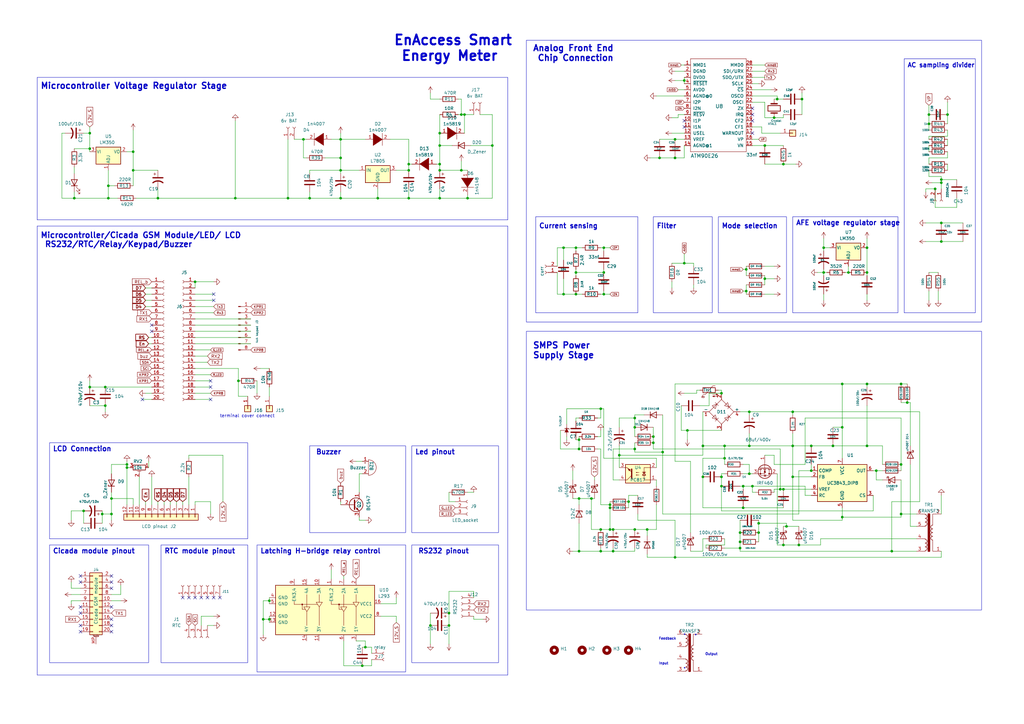
<source format=kicad_sch>
(kicad_sch (version 20230121) (generator eeschema)
  (paper "A3")
  (title_block (title "Smart energy meter") (date "October 19 2022") (rev "version 2") (company "EnAccess"))
  (junction (at 369.57 157.48))
  (junction (at 250.19 207.01))
  (junction (at 167.64 81.28))
  (junction (at 237.49 180.34))
  (junction (at 308.61 199.39))
  (junction (at 80.01 115.57))
  (junction (at 318.77 40.64))
  (junction (at 45.72 204.47))
  (junction (at 246.38 167.64))
  (junction (at 317.5 48.26))
  (junction (at 332.74 182.88))
  (junction (at 332.74 193.04))
  (junction (at 260.35 184.15))
  (junction (at 237.49 184.15))
  (junction (at 345.44 157.48))
  (junction (at 386.08 91.44))
  (junction (at 321.31 200.66))
  (junction (at 148.59 273.05))
  (junction (at 345.44 212.09))
  (junction (at 306.07 110.49))
  (junction (at 231.14 120.65))
  (junction (at 189.23 46.99))
  (junction (at 110.49 254))
  (junction (at 149.86 265.43))
  (junction (at 43.18 166.37))
  (junction (at 337.82 101.6))
  (junction (at 297.18 187.96))
  (junction (at 250.19 217.17))
  (junction (at 260.35 175.26))
  (junction (at 247.65 101.6))
  (junction (at 64.77 81.28))
  (junction (at 383.54 77.47))
  (junction (at 246.38 217.17))
  (junction (at 381 50.8))
  (junction (at 304.8 199.39))
  (junction (at 297.18 182.88))
  (junction (at 327.66 223.52))
  (junction (at 139.7 57.15))
  (junction (at 359.41 193.04))
  (junction (at 254 186.69))
  (junction (at 265.43 217.17))
  (junction (at 320.04 200.66))
  (junction (at 191.77 81.28))
  (junction (at 180.34 54.61))
  (junction (at 355.6 157.48))
  (junction (at 313.69 59.69))
  (junction (at 44.45 76.2))
  (junction (at 270.51 64.77))
  (junction (at 325.12 195.58))
  (junction (at 154.94 81.28))
  (junction (at 288.29 195.58))
  (junction (at 386.08 74.93))
  (junction (at 355.6 182.88))
  (junction (at 260.35 217.17))
  (junction (at 276.86 57.15))
  (junction (at 303.53 224.79))
  (junction (at 381 46.99))
  (junction (at 30.48 81.28))
  (junction (at 180.34 59.69))
  (junction (at 276.86 64.77))
  (junction (at 41.91 210.82))
  (junction (at 280.67 107.95))
  (junction (at 369.57 190.5))
  (junction (at 236.22 101.6))
  (junction (at 250.19 208.28))
  (junction (at 139.7 69.85))
  (junction (at 388.62 46.99))
  (junction (at 110.49 246.38))
  (junction (at 307.34 182.88))
  (junction (at 246.38 226.06))
  (junction (at 347.98 111.76))
  (junction (at 180.34 67.31))
  (junction (at 201.93 59.69))
  (junction (at 247.65 111.76))
  (junction (at 337.82 111.76))
  (junction (at 271.78 185.42))
  (junction (at 43.18 158.75))
  (junction (at 260.35 171.45))
  (junction (at 44.45 81.28))
  (junction (at 237.49 204.47))
  (junction (at 304.8 208.28))
  (junction (at 167.64 67.31))
  (junction (at 118.11 81.28))
  (junction (at 321.31 223.52))
  (junction (at 167.64 69.85))
  (junction (at 325.12 168.91))
  (junction (at 237.49 226.06))
  (junction (at 36.83 158.75))
  (junction (at 307.34 194.31))
  (junction (at 281.94 176.53))
  (junction (at 36.83 60.96))
  (junction (at 295.91 195.58))
  (junction (at 257.81 205.74))
  (junction (at 190.5 46.99))
  (junction (at 288.29 182.88))
  (junction (at 236.22 120.65))
  (junction (at 97.79 156.21))
  (junction (at 124.46 57.15))
  (junction (at 184.15 251.46))
  (junction (at 267.97 179.07))
  (junction (at 45.72 210.82))
  (junction (at 107.95 254))
  (junction (at 303.53 218.44))
  (junction (at 311.15 218.44))
  (junction (at 54.61 62.23))
  (junction (at 325.12 182.88))
  (junction (at 295.91 161.29))
  (junction (at 386.08 99.06))
  (junction (at 176.53 256.54))
  (junction (at 251.46 217.17))
  (junction (at 328.93 40.64))
  (junction (at 180.34 81.28))
  (junction (at 96.52 81.28))
  (junction (at 139.7 64.77))
  (junction (at 321.31 67.31))
  (junction (at 242.57 204.47))
  (junction (at 52.07 190.5))
  (junction (at 247.65 120.65))
  (junction (at 303.53 222.25))
  (junction (at 386.08 73.66))
  (junction (at 307.34 168.91))
  (junction (at 311.15 214.63))
  (junction (at 184.15 256.54))
  (junction (at 295.91 199.39))
  (junction (at 306.07 119.38))
  (junction (at 189.23 69.85))
  (junction (at 341.63 182.88))
  (junction (at 34.29 209.55))
  (junction (at 52.07 191.77))
  (junction (at 127 81.28))
  (junction (at 313.69 114.3))
  (junction (at 36.83 54.61))
  (junction (at 345.44 175.26))
  (junction (at 365.76 226.06))
  (junction (at 139.7 81.28))
  (junction (at 276.86 228.6))
  (junction (at 280.67 33.02))
  (junction (at 372.11 165.1))
  (junction (at 267.97 181.61))
  (junction (at 231.14 101.6))
  (junction (at 54.61 69.85))
  (junction (at 355.6 111.76))
  (junction (at 322.58 215.9))
  (junction (at 355.6 101.6))
  (junction (at 180.34 69.85))
  (junction (at 251.46 226.06))
  (junction (at 369.57 210.82))
  (junction (at 236.22 111.76))
  (no_connect (at 90.17 245.11))
  (no_connect (at 87.63 245.11))
  (no_connect (at 85.09 245.11))
  (no_connect (at 74.93 245.11))
  (no_connect (at 80.01 245.11))
  (no_connect (at 82.55 245.11))
  (no_connect (at 77.47 245.11))
  (no_connect (at 62.23 133.35))
  (no_connect (at 62.23 135.89))
  (no_connect (at 280.67 49.53))
  (no_connect (at 280.67 52.07))
  (no_connect (at 308.61 54.61))
  (no_connect (at 45.72 256.54))
  (no_connect (at 45.72 259.08))
  (no_connect (at 33.02 238.76))
  (no_connect (at 33.02 236.22))
  (no_connect (at 33.02 251.46))
  (no_connect (at 33.02 248.92))
  (no_connect (at 33.02 256.54))
  (no_connect (at 45.72 236.22))
  (no_connect (at 45.72 238.76))
  (no_connect (at 45.72 241.3))
  (no_connect (at 45.72 248.92))
  (no_connect (at 45.72 254))
  (no_connect (at 33.02 259.08))
  (no_connect (at 87.63 120.65))
  (no_connect (at 87.63 123.19))
  (no_connect (at 58.42 163.83))
  (no_connect (at 86.36 158.75))
  (no_connect (at 86.36 156.21))
  (no_connect (at 86.36 163.83))
  (no_connect (at 308.61 44.45))
  (no_connect (at 308.61 46.99))
  (no_connect (at 308.61 49.53))
  (wire (pts (xy 386.08 99.06) (xy 394.97 99.06)))
  (wire (pts (xy 45.72 210.82) (xy 45.72 213.36)))
  (wire (pts (xy 308.61 39.37) (xy 318.77 39.37)))
  (wire (pts (xy 386.08 210.82) (xy 386.08 203.2)))
  (wire (pts (xy 381 111.76) (xy 384.81 111.76)))
  (wire (pts (xy 180.34 40.64) (xy 176.53 40.64)))
  (wire (pts (xy 285.75 160.02) (xy 285.75 161.29)))
  (wire (pts (xy 247.65 101.6) (xy 247.65 102.87)))
  (wire (pts (xy 320.04 200.66) (xy 320.04 184.15)))
  (wire (pts (xy 152.4 265.43) (xy 152.4 267.97)))
  (wire (pts (xy 265.43 227.33) (xy 265.43 228.6)))
  (wire (pts (xy 271.78 185.42) (xy 260.35 185.42)))
  (wire (pts (xy 80.01 153.67) (xy 86.36 153.67)))
  (wire (pts (xy 246.38 207.01) (xy 246.38 184.15)))
  (wire (pts (xy 80.01 133.35) (xy 102.87 133.35)))
  (wire (pts (xy 270.51 57.15) (xy 276.86 57.15)))
  (wire (pts (xy 33.02 243.84) (xy 29.21 243.84)))
  (wire (pts (xy 284.48 107.95) (xy 284.48 109.22)))
  (wire (pts (xy 184.15 205.74) (xy 186.69 205.74)))
  (wire (pts (xy 246.38 101.6) (xy 247.65 101.6)))
  (wire (pts (xy 80.01 140.97) (xy 102.87 140.97)))
  (wire (pts (xy 49.53 243.84) (xy 45.72 243.84)))
  (wire (pts (xy 265.43 228.6) (xy 276.86 228.6)))
  (wire (pts (xy 246.38 167.64) (xy 247.65 167.64)))
  (wire (pts (xy 80.01 120.65) (xy 87.63 120.65)))
  (wire (pts (xy 140.97 262.89) (xy 140.97 273.05)))
  (wire (pts (xy 330.2 190.5) (xy 330.2 171.45)))
  (wire (pts (xy 97.79 162.56) (xy 97.79 156.21)))
  (wire (pts (xy 80.01 123.19) (xy 87.63 123.19)))
  (wire (pts (xy 254 182.88) (xy 254 186.69)))
  (wire (pts (xy 251.46 184.15) (xy 260.35 184.15)))
  (wire (pts (xy 386.08 73.66) (xy 386.08 72.39)))
  (wire (pts (xy 250.19 205.74) (xy 250.19 207.01)))
  (wire (pts (xy 30.48 60.96) (xy 36.83 60.96)))
  (wire (pts (xy 388.62 53.34) (xy 388.62 55.88)))
  (wire (pts (xy 139.7 81.28) (xy 154.94 81.28)))
  (wire (pts (xy 251.46 217.17) (xy 260.35 217.17)))
  (wire (pts (xy 87.63 115.57) (xy 80.01 115.57)))
  (wire (pts (xy 201.93 46.99) (xy 201.93 59.69)))
  (wire (pts (xy 176.53 264.16) (xy 176.53 256.54)))
  (wire (pts (xy 246.38 226.06) (xy 251.46 226.06)))
  (wire (pts (xy 80.01 156.21) (xy 86.36 156.21)))
  (wire (pts (xy 34.29 54.61) (xy 36.83 54.61)))
  (wire (pts (xy 306.07 119.38) (xy 306.07 120.65)))
  (wire (pts (xy 276.86 157.48) (xy 276.86 189.23)))
  (wire (pts (xy 267.97 175.26) (xy 267.97 179.07)))
  (wire (pts (xy 365.76 205.74) (xy 377.19 205.74)))
  (wire (pts (xy 278.13 46.99) (xy 280.67 46.99)))
  (wire (pts (xy 332.74 190.5) (xy 332.74 193.04)))
  (wire (pts (xy 58.42 163.83) (xy 62.23 163.83)))
  (wire (pts (xy 330.2 171.45) (xy 369.57 171.45)))
  (wire (pts (xy 325.12 177.8) (xy 325.12 182.88)))
  (wire (pts (xy 74.93 205.74) (xy 74.93 207.01)))
  (wire (pts (xy 146.05 189.23) (xy 148.59 189.23)))
  (wire (pts (xy 345.44 157.48) (xy 355.6 157.48)))
  (wire (pts (xy 242.57 217.17) (xy 246.38 217.17)))
  (wire (pts (xy 358.14 209.55) (xy 295.91 209.55)))
  (wire (pts (xy 289.56 223.52) (xy 297.18 223.52)))
  (wire (pts (xy 44.45 81.28) (xy 48.26 81.28)))
  (wire (pts (xy 386.08 74.93) (xy 386.08 73.66)))
  (wire (pts (xy 29.21 246.38) (xy 33.02 246.38)))
  (wire (pts (xy 276.86 33.02) (xy 280.67 33.02)))
  (wire (pts (xy 118.11 81.28) (xy 127 81.28)))
  (wire (pts (xy 77.47 195.58) (xy 77.47 207.01)))
  (wire (pts (xy 156.21 252.73) (xy 162.56 252.73)))
  (wire (pts (xy 313.69 114.3) (xy 317.5 114.3)))
  (wire (pts (xy 156.21 247.65) (xy 162.56 247.65)))
  (wire (pts (xy 311.15 214.63) (xy 311.15 218.44)))
  (wire (pts (xy 237.49 204.47) (xy 237.49 207.01)))
  (wire (pts (xy 55.88 81.28) (xy 64.77 81.28)))
  (wire (pts (xy 275.59 107.95) (xy 280.67 107.95)))
  (wire (pts (xy 82.55 252.73) (xy 82.55 256.54)))
  (wire (pts (xy 80.01 151.13) (xy 97.79 151.13)))
  (wire (pts (xy 325.12 170.18) (xy 325.12 168.91)))
  (wire (pts (xy 30.48 81.28) (xy 44.45 81.28)))
  (wire (pts (xy 327.66 193.04) (xy 327.66 210.82)))
  (wire (pts (xy 369.57 157.48) (xy 372.11 157.48)))
  (wire (pts (xy 127 81.28) (xy 139.7 81.28)))
  (wire (pts (xy 147.32 194.31) (xy 147.32 201.93)))
  (wire (pts (xy 228.6 101.6) (xy 228.6 109.22)))
  (wire (pts (xy 308.61 59.69) (xy 313.69 59.69)))
  (wire (pts (xy 251.46 226.06) (xy 260.35 226.06)))
  (wire (pts (xy 80.01 135.89) (xy 102.87 135.89)))
  (wire (pts (xy 318.77 40.64) (xy 321.31 40.64)))
  (wire (pts (xy 355.6 182.88) (xy 361.95 182.88)))
  (wire (pts (xy 308.61 36.83) (xy 316.23 36.83)))
  (wire (pts (xy 127 78.74) (xy 127 81.28)))
  (wire (pts (xy 36.83 52.07) (xy 36.83 54.61)))
  (wire (pts (xy 386.08 74.93) (xy 382.27 74.93)))
  (wire (pts (xy 254 186.69) (xy 254 191.77)))
  (wire (pts (xy 196.85 46.99) (xy 201.93 46.99)))
  (wire (pts (xy 332.74 193.04) (xy 327.66 193.04)))
  (wire (pts (xy 369.57 171.45) (xy 369.57 190.5)))
  (wire (pts (xy 321.31 223.52) (xy 327.66 223.52)))
  (wire (pts (xy 313.69 114.3) (xy 313.69 116.84)))
  (wire (pts (xy 54.61 62.23) (xy 52.07 62.23)))
  (wire (pts (xy 267.97 181.61) (xy 267.97 184.15)))
  (wire (pts (xy 146.05 262.89) (xy 149.86 262.89)))
  (wire (pts (xy 313.69 48.26) (xy 317.5 48.26)))
  (wire (pts (xy 383.54 85.09) (xy 383.54 77.47)))
  (wire (pts (xy 52.07 191.77) (xy 52.07 207.01)))
  (wire (pts (xy 242.57 204.47) (xy 242.57 217.17)))
  (wire (pts (xy 381 123.19) (xy 381 119.38)))
  (wire (pts (xy 180.34 59.69) (xy 185.42 59.69)))
  (wire (pts (xy 245.11 179.07) (xy 246.38 179.07)))
  (wire (pts (xy 307.34 194.31) (xy 308.61 194.31)))
  (wire (pts (xy 369.57 190.5) (xy 369.57 193.04)))
  (wire (pts (xy 308.61 29.21) (xy 313.69 29.21)))
  (wire (pts (xy 127 71.12) (xy 127 69.85)))
  (wire (pts (xy 45.72 190.5) (xy 52.07 190.5)))
  (wire (pts (xy 91.44 186.69) (xy 77.47 186.69)))
  (wire (pts (xy 62.23 207.01) (xy 62.23 195.58)))
  (wire (pts (xy 139.7 205.74) (xy 139.7 207.01)))
  (wire (pts (xy 139.7 71.12) (xy 139.7 69.85)))
  (wire (pts (xy 283.21 189.23) (xy 276.86 189.23)))
  (wire (pts (xy 189.23 40.64) (xy 189.23 46.99)))
  (wire (pts (xy 318.77 223.52) (xy 321.31 223.52)))
  (wire (pts (xy 260.35 226.06) (xy 260.35 224.79)))
  (wire (pts (xy 54.61 53.34) (xy 54.61 62.23)))
  (wire (pts (xy 80.01 130.81) (xy 102.87 130.81)))
  (wire (pts (xy 43.18 166.37) (xy 36.83 166.37)))
  (wire (pts (xy 41.91 209.55) (xy 41.91 210.82)))
  (wire (pts (xy 313.69 59.69) (xy 321.31 59.69)))
  (wire (pts (xy 358.14 203.2) (xy 358.14 209.55)))
  (wire (pts (xy 254 196.85) (xy 251.46 196.85)))
  (wire (pts (xy 304.8 110.49) (xy 306.07 110.49)))
  (wire (pts (xy 59.69 125.73) (xy 62.23 125.73)))
  (wire (pts (xy 167.64 81.28) (xy 180.34 81.28)))
  (wire (pts (xy 355.6 166.37) (xy 355.6 182.88)))
  (wire (pts (xy 306.07 110.49) (xy 306.07 113.03)))
  (wire (pts (xy 388.62 64.77) (xy 388.62 62.23)))
  (wire (pts (xy 361.95 182.88) (xy 361.95 190.5)))
  (wire (pts (xy 96.52 49.53) (xy 96.52 81.28)))
  (wire (pts (xy 308.61 199.39) (xy 308.61 201.93)))
  (wire (pts (xy 327.66 223.52) (xy 336.55 223.52)))
  (wire (pts (xy 266.7 64.77) (xy 270.51 64.77)))
  (wire (pts (xy 318.77 194.31) (xy 318.77 223.52)))
  (wire (pts (xy 388.62 69.85) (xy 388.62 67.31)))
  (wire (pts (xy 260.35 175.26) (xy 260.35 171.45)))
  (wire (pts (xy 327.66 210.82) (xy 271.78 210.82)))
  (wire (pts (xy 154.94 81.28) (xy 167.64 81.28)))
  (wire (pts (xy 276.86 157.48) (xy 345.44 157.48)))
  (wire (pts (xy 288.29 187.96) (xy 297.18 187.96)))
  (wire (pts (xy 322.58 214.63) (xy 322.58 215.9)))
  (wire (pts (xy 320.04 184.15) (xy 267.97 184.15)))
  (wire (pts (xy 191.77 201.93) (xy 194.31 201.93)))
  (wire (pts (xy 36.83 161.29) (xy 36.83 158.75)))
  (wire (pts (xy 139.7 69.85) (xy 147.32 69.85)))
  (wire (pts (xy 33.02 163.83) (xy 33.02 161.29)))
  (wire (pts (xy 179.07 67.31) (xy 180.34 67.31)))
  (wire (pts (xy 236.22 101.6) (xy 238.76 101.6)))
  (wire (pts (xy 307.34 182.88) (xy 307.34 177.8)))
  (wire (pts (xy 110.49 245.11) (xy 110.49 246.38)))
  (wire (pts (xy 337.82 101.6) (xy 340.36 101.6)))
  (wire (pts (xy 317.5 190.5) (xy 330.2 190.5)))
  (wire (pts (xy 297.18 190.5) (xy 297.18 187.96)))
  (wire (pts (xy 190.5 46.99) (xy 194.31 46.99)))
  (wire (pts (xy 36.83 60.96) (xy 36.83 62.23)))
  (wire (pts (xy 194.31 245.11) (xy 194.31 242.57)))
  (wire (pts (xy 96.52 81.28) (xy 118.11 81.28)))
  (wire (pts (xy 281.94 176.53) (xy 295.91 176.53)))
  (wire (pts (xy 80.01 205.74) (xy 80.01 207.01)))
  (wire (pts (xy 386.08 77.47) (xy 386.08 74.93)))
  (wire (pts (xy 260.35 184.15) (xy 260.35 181.61)))
  (wire (pts (xy 167.64 57.15) (xy 167.64 67.31)))
  (wire (pts (xy 201.93 81.28) (xy 191.77 81.28)))
  (wire (pts (xy 375.92 226.06) (xy 365.76 226.06)))
  (wire (pts (xy 64.77 77.47) (xy 64.77 81.28)))
  (wire (pts (xy 59.69 205.74) (xy 59.69 207.01)))
  (wire (pts (xy 180.34 46.99) (xy 180.34 54.61)))
  (wire (pts (xy 247.65 101.6) (xy 250.19 101.6)))
  (wire (pts (xy 54.61 204.47) (xy 54.61 207.01)))
  (wire (pts (xy 358.14 193.04) (xy 359.41 193.04)))
  (wire (pts (xy 313.69 41.91) (xy 313.69 48.26)))
  (wire (pts (xy 234.95 193.04) (xy 234.95 196.85)))
  (wire (pts (xy 355.6 120.65) (xy 355.6 123.19)))
  (wire (pts (xy 54.61 69.85) (xy 54.61 76.2)))
  (wire (pts (xy 139.7 54.61) (xy 139.7 57.15)))
  (wire (pts (xy 45.72 204.47) (xy 54.61 204.47)))
  (wire (pts (xy 189.23 66.04) (xy 189.23 69.85)))
  (wire (pts (xy 303.53 199.39) (xy 304.8 199.39)))
  (wire (pts (xy 276.86 29.21) (xy 280.67 29.21)))
  (wire (pts (xy 295.91 195.58) (xy 295.91 199.39)))
  (wire (pts (xy 278.13 48.26) (xy 278.13 46.99)))
  (wire (pts (xy 250.19 208.28) (xy 250.19 217.17)))
  (wire (pts (xy 381 50.8) (xy 381 46.99)))
  (wire (pts (xy 236.22 111.76) (xy 236.22 113.03)))
  (wire (pts (xy 345.44 212.09) (xy 345.44 213.36)))
  (wire (pts (xy 260.35 170.18) (xy 264.16 170.18)))
  (wire (pts (xy 247.65 110.49) (xy 247.65 111.76)))
  (wire (pts (xy 271.78 185.42) (xy 271.78 210.82)))
  (wire (pts (xy 288.29 186.69) (xy 288.29 182.88)))
  (wire (pts (xy 234.95 226.06) (xy 237.49 226.06)))
  (wire (pts (xy 29.21 247.65) (xy 29.21 246.38)))
  (wire (pts (xy 355.6 158.75) (xy 355.6 157.48)))
  (wire (pts (xy 29.21 209.55) (xy 29.21 213.36)))
  (wire (pts (xy 283.21 189.23) (xy 283.21 218.44)))
  (wire (pts (xy 281.94 176.53) (xy 281.94 180.34)))
  (wire (pts (xy 308.61 34.29) (xy 311.15 34.29)))
  (wire (pts (xy 290.83 166.37) (xy 290.83 161.29)))
  (wire (pts (xy 82.55 252.73) (xy 87.63 252.73)))
  (wire (pts (xy 236.22 120.65) (xy 238.76 120.65)))
  (wire (pts (xy 257.81 205.74) (xy 257.81 208.28)))
  (wire (pts (xy 377.19 205.74) (xy 377.19 168.91)))
  (wire (pts (xy 332.74 203.2) (xy 330.2 203.2)))
  (wire (pts (xy 318.77 39.37) (xy 318.77 40.64)))
  (wire (pts (xy 295.91 160.02) (xy 295.91 161.29)))
  (wire (pts (xy 147.32 212.09) (xy 147.32 213.36)))
  (wire (pts (xy 247.65 187.96) (xy 269.24 187.96)))
  (wire (pts (xy 269.24 191.77) (xy 269.24 187.96)))
  (wire (pts (xy 236.22 172.72) (xy 236.22 171.45)))
  (wire (pts (xy 303.53 213.36) (xy 303.53 218.44)))
  (wire (pts (xy 107.95 254) (xy 110.49 254)))
  (wire (pts (xy 30.48 68.58) (xy 30.48 71.12)))
  (wire (pts (xy 288.29 187.96) (xy 288.29 195.58)))
  (wire (pts (xy 254 186.69) (xy 288.29 186.69)))
  (wire (pts (xy 325.12 168.91) (xy 377.19 168.91)))
  (wire (pts (xy 148.59 265.43) (xy 149.86 265.43)))
  (wire (pts (xy 392.43 81.28) (xy 392.43 85.09)))
  (wire (pts (xy 313.69 120.65) (xy 317.5 120.65)))
  (wire (pts (xy 275.59 115.57) (xy 275.59 118.11)))
  (wire (pts (xy 237.49 214.63) (xy 237.49 226.06)))
  (wire (pts (xy 384.81 123.19) (xy 384.81 119.38)))
  (wire (pts (xy 167.64 67.31) (xy 167.64 69.85)))
  (wire (pts (xy 386.08 226.06) (xy 386.08 228.6)))
  (wire (pts (xy 347.98 109.22) (xy 347.98 111.76)))
  (wire (pts (xy 265.43 217.17) (xy 269.24 217.17)))
  (wire (pts (xy 381 53.34) (xy 381 50.8)))
  (wire (pts (xy 77.47 186.69) (xy 77.47 187.96)))
  (wire (pts (xy 306.07 116.84) (xy 306.07 119.38)))
  (wire (pts (xy 321.31 200.66) (xy 320.04 200.66)))
  (wire (pts (xy 247.65 187.96) (xy 247.65 167.64)))
  (wire (pts (xy 317.5 40.64) (xy 318.77 40.64)))
  (wire (pts (xy 267.97 179.07) (xy 267.97 181.61)))
  (wire (pts (xy 261.62 213.36) (xy 276.86 213.36)))
  (wire (pts (xy 260.35 185.42) (xy 260.35 184.15)))
  (wire (pts (xy 149.86 262.89) (xy 149.86 265.43)))
  (wire (pts (xy 246.38 224.79) (xy 246.38 226.06)))
  (wire (pts (xy 180.34 77.47) (xy 180.34 81.28)))
  (wire (pts (xy 297.18 182.88) (xy 307.34 182.88)))
  (wire (pts (xy 236.22 111.76) (xy 247.65 111.76)))
  (wire (pts (xy 125.73 64.77) (xy 124.46 64.77)))
  (wire (pts (xy 80.01 115.57) (xy 80.01 118.11)))
  (wire (pts (xy 80.01 146.05) (xy 85.09 146.05)))
  (wire (pts (xy 359.41 193.04) (xy 361.95 193.04)))
  (wire (pts (xy 325.12 182.88) (xy 332.74 182.88)))
  (wire (pts (xy 59.69 118.11) (xy 62.23 118.11)))
  (wire (pts (xy 54.61 62.23) (xy 54.61 69.85)))
  (wire (pts (xy 228.6 120.65) (xy 231.14 120.65)))
  (wire (pts (xy 247.65 120.65) (xy 250.19 120.65)))
  (wire (pts (xy 36.83 54.61) (xy 36.83 60.96)))
  (wire (pts (xy 64.77 205.74) (xy 64.77 207.01)))
  (wire (pts (xy 49.53 246.38) (xy 45.72 246.38)))
  (wire (pts (xy 332.74 182.88) (xy 341.63 182.88)))
  (wire (pts (xy 304.8 199.39) (xy 308.61 199.39)))
  (wire (pts (xy 261.62 203.2) (xy 257.81 203.2)))
  (wire (pts (xy 308.61 199.39) (xy 330.2 199.39)))
  (wire (pts (xy 133.35 64.77) (xy 139.7 64.77)))
  (wire (pts (xy 379.73 91.44) (xy 386.08 91.44)))
  (wire (pts (xy 43.18 158.75) (xy 62.23 158.75)))
  (wire (pts (xy 379.73 99.06) (xy 386.08 99.06)))
  (wire (pts (xy 60.96 138.43) (xy 62.23 138.43)))
  (wire (pts (xy 254 171.45) (xy 260.35 171.45)))
  (wire (pts (xy 275.59 48.26) (xy 278.13 48.26)))
  (wire (pts (xy 231.14 114.3) (xy 231.14 120.65)))
  (wire (pts (xy 307.34 168.91) (xy 307.34 170.18)))
  (wire (pts (xy 236.22 102.87) (xy 236.22 101.6)))
  (wire (pts (xy 237.49 180.34) (xy 237.49 184.15)))
  (wire (pts (xy 345.44 213.36) (xy 325.12 213.36)))
  (wire (pts (xy 285.75 160.02) (xy 287.02 160.02)))
  (wire (pts (xy 271.78 170.18) (xy 271.78 185.42)))
  (wire (pts (xy 307.34 168.91) (xy 325.12 168.91)))
  (wire (pts (xy 231.14 101.6) (xy 236.22 101.6)))
  (wire (pts (xy 288.29 220.98) (xy 289.56 220.98)))
  (wire (pts (xy 337.82 111.76) (xy 337.82 113.03)))
  (wire (pts (xy 361.95 196.85) (xy 359.41 196.85)))
  (wire (pts (xy 381 55.88) (xy 381 57.15)))
  (wire (pts (xy 260.35 175.26) (xy 260.35 179.07)))
  (wire (pts (xy 326.39 67.31) (xy 321.31 67.31)))
  (wire (pts (xy 189.23 46.99) (xy 190.5 46.99)))
  (wire (pts (xy 237.49 226.06) (xy 246.38 226.06)))
  (wire (pts (xy 345.44 208.28) (xy 345.44 212.09)))
  (wire (pts (xy 254 175.26) (xy 254 171.45)))
  (wire (pts (xy 369.57 165.1) (xy 372.11 165.1)))
  (wire (pts (xy 190.5 46.99) (xy 190.5 54.61)))
  (wire (pts (xy 304.8 208.28) (xy 321.31 208.28)))
  (wire (pts (xy 80.01 125.73) (xy 87.63 125.73)))
  (wire (pts (xy 295.91 194.31) (xy 295.91 195.58)))
  (wire (pts (xy 345.44 212.09) (xy 369.57 212.09)))
  (wire (pts (xy 243.84 195.58) (xy 243.84 196.85)))
  (wire (pts (xy 345.44 157.48) (xy 345.44 175.26)))
  (wire (pts (xy 341.63 182.88) (xy 355.6 182.88)))
  (wire (pts (xy 80.01 143.51) (xy 86.36 143.51)))
  (wire (pts (xy 25.4 54.61) (xy 25.4 81.28)))
  (wire (pts (xy 194.31 242.57) (xy 184.15 242.57)))
  (wire (pts (xy 375.92 220.98) (xy 336.55 220.98)))
  (wire (pts (xy 191.77 80.01) (xy 191.77 81.28)))
  (wire (pts (xy 180.34 59.69) (xy 180.34 67.31)))
  (wire (pts (xy 107.95 246.38) (xy 107.95 254)))
  (wire (pts (xy 97.79 151.13) (xy 97.79 156.21)))
  (wire (pts (xy 80.01 128.27) (xy 87.63 128.27)))
  (wire (pts (xy 59.69 120.65) (xy 62.23 120.65)))
  (wire (pts (xy 307.34 190.5) (xy 307.34 194.31)))
  (wire (pts (xy 29.21 241.3) (xy 33.02 241.3)))
  (wire (pts (xy 52.07 190.5) (xy 52.07 191.77)))
  (wire (pts (xy 337.82 111.76) (xy 339.09 111.76)))
  (wire (pts (xy 57.15 195.58) (xy 57.15 207.01)))
  (wire (pts (xy 232.41 167.64) (xy 246.38 167.64)))
  (wire (pts (xy 127 69.85) (xy 139.7 69.85)))
  (wire (pts (xy 167.64 77.47) (xy 167.64 81.28)))
  (wire (pts (xy 152.4 270.51) (xy 152.4 273.05)))
  (wire (pts (xy 124.46 57.15) (xy 124.46 64.77)))
  (wire (pts (xy 201.93 59.69) (xy 201.93 81.28)))
  (wire (pts (xy 52.07 189.23) (xy 52.07 190.5)))
  (wire (pts (xy 261.62 210.82) (xy 261.62 213.36)))
  (wire (pts (xy 180.34 67.31) (xy 180.34 69.85)))
  (wire (pts (xy 228.6 101.6) (xy 231.14 101.6)))
  (wire (pts (xy 245.11 171.45) (xy 246.38 171.45)))
  (wire (pts (xy 140.97 236.22) (xy 140.97 237.49)))
  (wire (pts (xy 369.57 210.82) (xy 369.57 212.09)))
  (wire (pts (xy 229.87 184.15) (xy 237.49 184.15)))
  (wire (pts (xy 30.48 81.28) (xy 30.48 78.74)))
  (wire (pts (xy 284.48 118.11) (xy 284.48 116.84)))
  (wire (pts (xy 120.65 57.15) (xy 124.46 57.15)))
  (wire (pts (xy 110.49 252.73) (xy 110.49 254)))
  (wire (pts (xy 336.55 220.98) (xy 336.55 223.52)))
  (wire (pts (xy 41.91 210.82) (xy 45.72 210.82)))
  (wire (pts (xy 304.8 119.38) (xy 306.07 119.38)))
  (wire (pts (xy 147.32 194.31) (xy 148.59 194.31)))
  (wire (pts (xy 110.49 246.38) (xy 110.49 247.65)))
  (wire (pts (xy 321.31 48.26) (xy 321.31 46.99)))
  (wire (pts (xy 308.61 201.93) (xy 309.88 201.93)))
  (wire (pts (xy 280.67 33.02) (xy 280.67 34.29)))
  (wire (pts (xy 245.11 184.15) (xy 246.38 184.15)))
  (wire (pts (xy 80.01 148.59) (xy 85.09 148.59)))
  (wire (pts (xy 180.34 69.85) (xy 189.23 69.85)))
  (wire (pts (xy 275.59 54.61) (xy 280.67 54.61)))
  (wire (pts (xy 44.45 69.85) (xy 44.45 76.2)))
  (wire (pts (xy 381 72.39) (xy 386.08 72.39)))
  (wire (pts (xy 72.39 205.74) (xy 72.39 207.01)))
  (wire (pts (xy 257.81 203.2) (xy 257.81 205.74)))
  (wire (pts (xy 276.86 228.6) (xy 386.08 228.6)))
  (wire (pts (xy 304.8 199.39) (xy 304.8 200.66)))
  (wire (pts (xy 381 43.18) (xy 381 46.99)))
  (wire (pts (xy 276.86 213.36) (xy 276.86 228.6)))
  (wire (pts (xy 308.61 52.07) (xy 312.42 52.07)))
  (wire (pts (xy 355.6 111.76) (xy 355.6 113.03)))
  (wire (pts (xy 288.29 168.91) (xy 288.29 182.88)))
  (wire (pts (xy 34.29 209.55) (xy 34.29 214.63)))
  (wire (pts (xy 251.46 224.79) (xy 251.46 226.06)))
  (wire (pts (xy 288.29 195.58) (xy 288.29 208.28)))
  (wire (pts (xy 381 64.77) (xy 388.62 64.77)))
  (wire (pts (xy 297.18 182.88) (xy 297.18 187.96)))
  (wire (pts (xy 287.02 166.37) (xy 290.83 166.37)))
  (wire (pts (xy 187.96 40.64) (xy 189.23 40.64)))
  (wire (pts (xy 232.41 180.34) (xy 232.41 179.07)))
  (wire (pts (xy 29.21 209.55) (xy 34.29 209.55)))
  (wire (pts (xy 337.82 97.79) (xy 337.82 101.6)))
  (wire (pts (xy 54.61 69.85) (xy 64.77 69.85)))
  (wire (pts (xy 279.4 26.67) (xy 280.67 26.67)))
  (wire (pts (xy 135.89 233.68) (xy 135.89 237.49)))
  (wire (pts (xy 307.34 182.88) (xy 325.12 182.88)))
  (wire (pts (xy 236.22 180.34) (xy 237.49 180.34)))
  (wire (pts (xy 365.76 226.06) (xy 365.76 205.74)))
  (wire (pts (xy 140.97 273.05) (xy 148.59 273.05)))
  (wire (pts (xy 184.15 242.57) (xy 184.15 251.46)))
  (wire (pts (xy 105.41 156.21) (xy 105.41 161.29)))
  (wire (pts (xy 64.77 81.28) (xy 96.52 81.28)))
  (wire (pts (xy 280.67 36.83) (xy 278.13 36.83)))
  (wire (pts (xy 392.43 85.09) (xy 383.54 85.09)))
  (wire (pts (xy 369.57 196.85) (xy 369.57 210.82)))
  (wire (pts (xy 184.15 264.16) (xy 184.15 256.54)))
  (wire (pts (xy 295.91 194.31) (xy 297.18 194.31)))
  (wire (pts (xy 45.72 190.5) (xy 45.72 194.31)))
  (wire (pts (xy 311.15 57.15) (xy 308.61 57.15)))
  (wire (pts (xy 237.49 204.47) (xy 242.57 204.47)))
  (wire (pts (xy 330.2 203.2) (xy 330.2 199.39)))
  (wire (pts (xy 294.64 160.02) (xy 295.91 160.02)))
  (wire (pts (xy 320.04 200.66) (xy 317.5 200.66)))
  (wire (pts (xy 280.67 59.69) (xy 280.67 64.77)))
  (wire (pts (xy 308.61 31.75) (xy 313.69 31.75)))
  (wire (pts (xy 317.5 186.69) (xy 317.5 190.5)))
  (wire (pts (xy 269.24 207.01) (xy 269.24 217.17)))
  (wire (pts (xy 107.95 260.35) (xy 107.95 254)))
  (wire (pts (xy 36.83 158.75) (xy 43.18 158.75)))
  (wire (pts (xy 322.58 215.9) (xy 327.66 215.9)))
  (wire (pts (xy 359.41 196.85) (xy 359.41 193.04)))
  (wire (pts (xy 279.4 176.53) (xy 279.4 166.37)))
  (wire (pts (xy 251.46 196.85) (xy 251.46 184.15)))
  (wire (pts (xy 176.53 251.46) (xy 176.53 256.54)))
  (wire (pts (xy 355.6 97.79) (xy 355.6 101.6)))
  (wire (pts (xy 373.38 165.1) (xy 372.11 165.1)))
  (wire (pts (xy 147.32 213.36) (xy 149.86 213.36)))
  (wire (pts (xy 246.38 167.64) (xy 246.38 171.45)))
  (wire (pts (xy 247.65 119.38) (xy 247.65 120.65)))
  (wire (pts (xy 325.12 195.58) (xy 325.12 213.36)))
  (wire (pts (xy 180.34 81.28) (xy 191.77 81.28)))
  (wire (pts (xy 101.6 162.56) (xy 97.79 162.56)))
  (wire (pts (xy 45.72 201.93) (xy 45.72 204.47)))
  (wire (pts (xy 381 69.85) (xy 381 72.39)))
  (wire (pts (xy 162.56 69.85) (xy 167.64 69.85)))
  (wire (pts (xy 162.56 252.73) (xy 162.56 255.27)))
  (wire (pts (xy 246.38 207.01) (xy 250.19 207.01)))
  (wire (pts (xy 59.69 161.29) (xy 62.23 161.29)))
  (wire (pts (xy 91.44 205.74) (xy 91.44 186.69)))
  (wire (pts (xy 337.82 120.65) (xy 337.82 123.19)))
  (wire (pts (xy 304.8 208.28) (xy 288.29 208.28)))
  (wire (pts (xy 110.49 254) (xy 110.49 255.27)))
  (wire (pts (xy 321.31 215.9) (xy 322.58 215.9)))
  (wire (pts (xy 60.96 140.97) (xy 62.23 140.97)))
  (wire (pts (xy 154.94 77.47) (xy 154.94 81.28)))
  (wire (pts (xy 280.67 31.75) (xy 280.67 33.02)))
  (wire (pts (xy 297.18 223.52) (xy 297.18 220.98)))
  (wire (pts (xy 388.62 59.69) (xy 388.62 57.15)))
  (wire (pts (xy 269.24 39.37) (xy 280.67 39.37)))
  (wire (pts (xy 124.46 57.15) (xy 125.73 57.15)))
  (wire (pts (xy 184.15 251.46) (xy 184.15 256.54)))
  (wire (pts (xy 85.09 256.54) (xy 87.63 256.54)))
  (wire (pts (xy 69.85 205.74) (xy 69.85 207.01)))
  (wire (pts (xy 388.62 50.8) (xy 388.62 46.99)))
  (wire (pts (xy 250.19 217.17) (xy 251.46 217.17)))
  (wire (pts (xy 381 67.31) (xy 381 64.77)))
  (wire (pts (xy 110.49 151.13) (xy 106.68 151.13)))
  (wire (pts (xy 260.35 171.45) (xy 260.35 170.18)))
  (wire (pts (xy 321.31 200.66) (xy 332.74 200.66)))
  (wire (pts (xy 118.11 57.15) (xy 118.11 81.28)))
  (wire (pts (xy 335.28 111.76) (xy 337.82 111.76)))
  (wire (pts (xy 59.69 123.19) (xy 62.23 123.19)))
  (wire (pts (xy 303.53 224.79) (xy 303.53 226.06)))
  (wire (pts (xy 242.57 204.47) (xy 243.84 204.47)))
  (wire (pts (xy 52.07 191.77) (xy 53.34 191.77)))
  (wire (pts (xy 303.53 168.91) (xy 307.34 168.91)))
  (wire (pts (xy 44.45 76.2) (xy 44.45 81.28)))
  (wire (pts (xy 149.86 265.43) (xy 152.4 265.43)))
  (wire (pts (xy 194.31 252.73) (xy 194.31 254)))
  (wire (pts (xy 321.31 67.31) (xy 313.69 67.31)))
  (wire (pts (xy 373.38 215.9) (xy 375.92 215.9)))
  (wire (pts (xy 373.38 190.5) (xy 373.38 215.9)))
  (wire (pts (xy 312.42 52.07) (xy 312.42 54.61)))
  (wire (pts (xy 313.69 114.3) (xy 313.69 113.03)))
  (wire (pts (xy 231.14 101.6) (xy 231.14 106.68)))
  (wire (pts (xy 41.91 210.82) (xy 41.91 214.63)))
  (wire (pts (xy 228.6 111.76) (xy 228.6 120.65)))
  (wire (pts (xy 369.57 210.82) (xy 375.92 210.82)))
  (wire (pts (xy 247.65 120.65) (xy 246.38 120.65)))
  (wire (pts (xy 304.8 194.31) (xy 307.34 194.31)))
  (wire (pts (xy 232.41 173.99) (xy 232.41 167.64)))
  (wire (pts (xy 345.44 175.26) (xy 345.44 187.96)))
  (wire (pts (xy 379.73 78.74) (xy 379.73 77.47)))
  (wire (pts (xy 337.82 102.87) (xy 337.82 101.6)))
  (wire (pts (xy 388.62 55.88) (xy 381 55.88)))
  (wire (pts (xy 288.29 226.06) (xy 288.29 220.98)))
  (wire (pts (xy 45.72 210.82) (xy 45.72 204.47)))
  (wire (pts (xy 25.4 81.28) (xy 30.48 81.28)))
  (wire (pts (xy 303.53 224.79) (xy 303.53 222.25)))
  (wire (pts (xy 234.95 204.47) (xy 237.49 204.47)))
  (wire (pts (xy 325.12 195.58) (xy 332.74 195.58)))
  (wire (pts (xy 167.64 67.31) (xy 168.91 67.31)))
  (wire (pts (xy 49.53 240.03) (xy 49.53 243.84)))
  (wire (pts (xy 250.19 207.01) (xy 250.19 208.28)))
  (wire (pts (xy 317.5 48.26) (xy 321.31 48.26)))
  (wire (pts (xy 246.38 176.53) (xy 246.38 179.07)))
  (wire (pts (xy 276.86 64.77) (xy 280.67 64.77)))
  (wire (pts (xy 189.23 69.85) (xy 191.77 69.85)))
  (wire (pts (xy 86.36 205.74) (xy 80.01 205.74)))
  (wire (pts (xy 80.01 163.83) (xy 86.36 163.83)))
  (wire (pts (xy 388.62 46.99) (xy 388.62 41.91)))
  (wire (pts (xy 283.21 226.06) (xy 288.29 226.06)))
  (wire (pts (xy 325.12 182.88) (xy 325.12 195.58)))
  (wire (pts (xy 276.86 57.15) (xy 280.67 57.15)))
  (wire (pts (xy 355.6 101.6) (xy 355.6 111.76)))
  (wire (pts (xy 110.49 246.38) (xy 107.95 246.38)))
  (wire (pts (xy 237.49 179.07) (xy 237.49 180.34)))
  (wire (pts (xy 328.93 40.64) (xy 328.93 46.99)))
  (wire (pts (xy 381 62.23) (xy 381 59.69)))
  (wire (pts (xy 304.8 190.5) (xy 307.34 190.5)))
  (wire (pts (xy 26.67 54.61) (xy 25.4 54.61)))
  (wire (pts (xy 383.54 77.47) (xy 379.73 77.47)))
  (wire (pts (xy 269.24 196.85) (xy 269.24 199.39)))
  (wire (pts (xy 139.7 57.15) (xy 149.86 57.15)))
  (wire (pts (xy 341.63 175.26) (xy 345.44 175.26)))
  (wire (pts (xy 313.69 109.22) (xy 317.5 109.22)))
  (wire (pts (xy 229.87 176.53) (xy 229.87 184.15)))
  (wire (pts (xy 152.4 273.05) (xy 148.59 273.05)))
  (wire (pts (xy 288.29 182.88) (xy 297.18 182.88)))
  (wire (pts (xy 231.14 120.65) (xy 236.22 120.65)))
  (wire (pts (xy 80.01 161.29) (xy 86.36 161.29)))
  (wire (pts (xy 285.75 161.29) (xy 280.67 161.29)))
  (wire (pts (xy 139.7 57.15) (xy 139.7 64.77)))
  (wire (pts (xy 43.18 168.91) (xy 43.18 166.37)))
  (wire (pts (xy 162.56 245.11) (xy 162.56 247.65)))
  (wire (pts (xy 306.07 109.22) (xy 306.07 110.49)))
  (wire (pts (xy 180.34 54.61) (xy 180.34 59.69)))
  (wire (pts (xy 176.53 38.1) (xy 176.53 40.64)))
  (wire (pts (xy 355.6 157.48) (xy 369.57 157.48)))
  (wire (pts (xy 44.45 76.2) (xy 46.99 76.2)))
  (wire (pts (xy 86.36 210.82) (xy 86.36 205.74)))
  (wire (pts (xy 303.53 226.06) (xy 365.76 226.06)))
  (wire (pts (xy 295.91 209.55) (xy 295.91 199.39)))
  (wire (pts (xy 386.08 91.44) (xy 394.97 91.44)))
  (wire (pts (xy 373.38 165.1) (xy 373.38 182.88)))
  (wire (pts (xy 311.15 214.63) (xy 322.58 214.63)))
  (wire (pts (xy 80.01 138.43) (xy 102.87 138.43)))
  (wire (pts (xy 246.38 217.17) (xy 250.19 217.17)))
  (wire (pts (xy 260.35 217.17) (xy 265.43 217.17)))
  (wire (pts (xy 311.15 213.36) (xy 311.15 214.63)))
  (wire (pts (xy 280.67 104.14) (xy 280.67 107.95)))
  (wire (pts (xy 139.7 78.74) (xy 139.7 81.28)))
  (wire (pts (xy 337.82 110.49) (xy 337.82 111.76)))
  (wire (pts (xy 36.83 156.21) (xy 36.83 158.75)))
  (wire (pts (xy 184.15 201.93) (xy 184.15 205.74)))
  (wire (pts (xy 60.96 189.23) (xy 60.96 191.77)))
  (wire (pts (xy 80.01 158.75) (xy 86.36 158.75)))
  (wire (pts (xy 29.21 238.76) (xy 29.21 241.3)))
  (wire (pts (xy 139.7 64.77) (xy 139.7 69.85)))
  (wire (pts (xy 135.89 57.15) (xy 139.7 57.15)))
  (wire (pts (xy 312.42 54.61) (xy 320.04 54.61)))
  (wire (pts (xy 280.67 107.95) (xy 284.48 107.95)))
  (wire (pts (xy 236.22 171.45) (xy 237.49 171.45)))
  (wire (pts (xy 308.61 41.91) (xy 313.69 41.91)))
  (wire (pts (xy 290.83 161.29) (xy 295.91 161.29)))
  (wire (pts (xy 308.61 26.67) (xy 313.69 26.67)))
  (wire (pts (xy 317.5 200.66) (xy 317.5 201.93)))
  (wire (pts (xy 347.98 111.76) (xy 346.71 111.76)))
  (wire (pts (xy 187.96 46.99) (xy 189.23 46.99)))
  (wire (pts (xy 270.51 64.77) (xy 276.86 64.77)))
  (wire (pts (xy 160.02 57.15) (xy 167.64 57.15)))
  (wire (pts (xy 297.18 224.79) (xy 303.53 224.79)))
  (wire (pts (xy 289.56 224.79) (xy 289.56 223.52)))
  (wire (pts (xy 193.04 59.69) (xy 201.93 59.69)))
  (wire (pts (xy 311.15 218.44) (xy 311.15 222.25)))
  (wire (pts (xy 279.4 176.53) (xy 281.94 176.53)))
  (wire (pts (xy 194.31 254) (xy 198.12 254)))
  (wire (pts (xy 67.31 205.74) (xy 67.31 207.01)))
  (wire (pts (xy 110.49 158.75) (xy 110.49 162.56)))
  (wire (pts (xy 236.22 110.49) (xy 236.22 111.76)))
  (wire (pts (xy 313.69 186.69) (xy 317.5 186.69)))
  (wire (pts (xy 386.08 73.66) (xy 392.43 73.66)))
  (wire (pts (xy 303.53 218.44) (xy 303.53 222.25)))
  (wire (pts (xy 328.93 38.1) (xy 328.93 40.64)))
  (wire (pts (xy 265.43 217.17) (xy 265.43 219.71)))
  (rectangle (start 215.9 16.51) (end 402.59 132.08) (stroke (width 0.1524)))
  (rectangle (start 267.97 88.9) (end 292.1 128.27) (stroke (width 0.1524)))
  (rectangle (start 168.91 182.88) (end 204.47 218.44) (stroke (width 0.1524)))
  (rectangle (start 20.32 181.61) (end 101.6 220.98) (stroke (width 0.1524)))
  (rectangle (start 219.71 88.9) (end 261.62 128.27) (stroke (width 0.1524)))
  (rectangle (start 215.9 135.89) (end 402.59 250.19) (stroke (width 0.1524)))
  (rectangle (start 66.04 223.52) (end 101.6 271.78) (stroke (width 0.1524)))
  (rectangle (start 15.24 31.75) (end 208.28 90.17) (stroke (width 0.1524)))
  (rectangle (start 105.41 223.52) (end 166.37 275.59) (stroke (width 0.1524)))
  (rectangle (start 127 182.88) (end 166.37 218.44) (stroke (width 0.1524)))
  (rectangle (start 15.24 92.71) (end 208.28 276.86) (stroke (width 0.1524)))
  (rectangle (start 370.84 24.13) (end 400.05 128.27) (stroke (width 0.1524)))
  (rectangle (start 325.12 88.9) (end 368.3 128.27) (stroke (width 0.1524)))
  (rectangle (start 20.32 223.52) (end 60.96 271.78) (stroke (width 0.1524)))
  (rectangle (start 294.64 88.9) (end 322.58 128.27) (stroke (width 0.1524)))
  (rectangle (start 168.91 223.52) (end 204.47 271.78) (stroke (width 0.1524)))
  (text "Mode selection" (at 295.91 93.98 0) (effects (font (size 2 2) bold) (justify left bottom)))
  (text "AFE voltage regulator stage" (at 326.39 92.71 0) (effects (font (size 2 2) bold) (justify left bottom)))
  (text "." (at 279.5016 261.2136 0) (effects (font (size 5 5)) (justify left bottom)))
  (text "Analog Front End\n Chip Connection" (at 218.44 25.4 0) (effects (font (size 2.5 2.5) (thickness 0.5) bold) (justify left bottom)))
  (text "Latching H-bridge relay control" (at 106.68 227.33 0) (effects (font (size 2 2) bold) (justify left bottom)))
  (text "Led pinout" (at 170.18 186.69 0) (effects (font (size 2 2) bold) (justify left bottom)))
  (text "EnAccess Smart \n Energy Meter" (at 161.29 25.4 0) (effects (font (size 4 4) (thickness 0.8) bold) (justify left bottom)))
  (text "." (at 279.5016 274.9804 0) (effects (font (size 5 5)) (justify left bottom)))
  (text "LCD Connection" (at 21.59 185.42 0) (effects (font (size 2 2) (thickness 0.4) bold) (justify left bottom)))
  (text "Feedback" (at 270.1544 262.636 0) (effects (font (size 1 1) (thickness 0.2) bold) (justify left bottom)))
  (text "AC sampling divider" (at 372.11 27.94 0) (effects (font (size 1.8 1.8) bold) (justify left bottom)))
  (text "Microcontroller/Cicada GSM Module/LED/ LCD\n RS232/RTC/Relay/Keypad/Buzzer\n    " (at 16.51 105.41 0) (effects (font (size 2.3 2.3) (thickness 0.46) bold) (justify left bottom)))
  (text "Current sensing" (at 220.98 93.98 0) (effects (font (size 2 2) bold) (justify left bottom)))
  (text "SMPS Power \nSupply Stage" (at 218.44 147.32 0) (effects (font (size 2.5 2.5) (thickness 0.5) bold) (justify left bottom)))
  (text "RS232 pinout" (at 171.45 227.33 0) (effects (font (size 2 2) bold) (justify left bottom)))
  (text "Cicada module pinout" (at 21.59 227.33 0) (effects (font (size 2 2) bold) (justify left bottom)))
  (text "Buzzer" (at 129.54 186.69 0) (effects (font (size 2 2) (thickness 0.4) bold) (justify left bottom)))
  (text "terminal cover connect\n" (at 90.17 171.45 0) (effects (font (size 1.27 1.27)) (justify left bottom)))
  (text "Output" (at 289.2044 268.986 0) (effects (font (size 1 1) (thickness 0.2) bold) (justify left bottom)))
  (text "RTC module pinout" (at 67.31 227.33 0) (effects (font (size 2 2) bold) (justify left bottom)))
  (text "Filter" (at 269.24 93.98 0) (effects (font (size 2 2) bold) (justify left bottom)))
  (text "Input\n" (at 270.1544 272.796 0) (effects (font (size 1 1) (thickness 0.2) bold) (justify left bottom)))
  (text "Microcontroller Voltage Regulator Stage" (at 16.51 36.83 0) (effects (font (size 2.5 2.5) (thickness 0.5) bold) (justify left bottom)))
  (text "." (at 284.0736 261.366 0) (effects (font (size 5 5)) (justify left bottom)))
  (global_label "G_LED" (shape input) (at 186.69 208.28 180) (effects (font (size 1 1))) (property "Intersheetrefs" "${INTERSHEET_REFS}" (effects hide)))
  (global_label "REL_b" (shape input) (at 62.23 115.57 180) (property "Intersheetrefs" "${INTERSHEET_REFS}" (effects hide)))
  (global_label "TX2" (shape input) (at 85.09 148.59 0) (property "Intersheetrefs" "${INTERSHEET_REFS}" (effects hide)))
  (global_label "En" (shape input) (at 60.96 140.97 180) (effects (font bold)) (property "Intersheetrefs" "${INTERSHEET_REFS}" (effects hide)))
  (global_label "R_LED" (shape input) (at 86.36 153.67 0) (effects (font (size 0.8 0.8))) (property "Intersheetrefs" "${INTERSHEET_REFS}" (effects hide)))
  (global_label "I2P" (shape input) (at 280.67 41.91 180) (effects (font (size 0.8 0.8))) (property "Intersheetrefs" "${INTERSHEET_REFS}" (effects hide)))
  (global_label "12V_S" (shape input) (at 36.83 52.07 90) (property "Intersheetrefs" "${INTERSHEET_REFS}" (effects hide)))
  (global_label "D4" (shape input) (at 59.69 125.73 180) (effects (font bold)) (property "Intersheetrefs" "${INTERSHEET_REFS}" (effects hide)))
  (global_label "D5" (shape input) (at 69.85 205.74 90) (effects (font bold)) (property "Intersheetrefs" "${INTERSHEET_REFS}" (effects hide)))
  (global_label "KPR2" (shape input) (at 102.87 128.27 0) (effects (font (size 1 1))) (property "Intersheetrefs" "${INTERSHEET_REFS}" (effects hide)))
  (global_label "KPR8" (shape input) (at 102.87 143.51 0) (effects (font (size 1 1))) (property "Intersheetrefs" "${INTERSHEET_REFS}" (effects hide)))
  (global_label "Rx3" (shape input) (at 87.63 128.27 0) (effects (font (size 1 1))) (property "Intersheetrefs" "${INTERSHEET_REFS}" (effects hide)))
  (global_label "mmd0" (shape input) (at 304.8 119.38 180) (effects (font (size 0.8 0.8))) (property "Intersheetrefs" "${INTERSHEET_REFS}" (effects hide)))
  (global_label "Tx3" (shape output) (at 313.69 31.75 0) (effects (font (size 1 1))) (property "Intersheetrefs" "${INTERSHEET_REFS}" (effects hide)))
  (global_label "TX1" (shape input) (at 62.23 128.27 180) (property "Intersheetrefs" "${INTERSHEET_REFS}" (effects hide)))
  (global_label "SDA" (shape input) (at 77.47 256.54 90) (effects (font (size 1 1))) (property "Intersheetrefs" "${INTERSHEET_REFS}" (effects hide)))
  (global_label "KPR8" (shape input) (at 86.36 161.29 0) (effects (font (size 1 1))) (property "Intersheetrefs" "${INTERSHEET_REFS}" (effects hide)))
  (global_label "D5" (shape input) (at 59.69 123.19 180) (effects (font bold)) (property "Intersheetrefs" "${INTERSHEET_REFS}" (effects hide)))
  (global_label "buz" (shape input) (at 62.23 146.05 180) (property "Intersheetrefs" "${INTERSHEET_REFS}" (effects hide)))
  (global_label "REL_a" (shape input) (at 140.97 236.22 90) (effects (font (size 1 1))) (property "Intersheetrefs" "${INTERSHEET_REFS}" (effects hide)))
  (global_label "I2P" (shape input) (at 250.19 101.6 0) (effects (font (size 0.8 0.8))) (property "Intersheetrefs" "${INTERSHEET_REFS}" (effects hide)))
  (global_label "VP" (shape input) (at 381 43.18 90) (property "Intersheetrefs" "${INTERSHEET_REFS}" (effects hide)))
  (global_label "KPR1" (shape input) (at 62.23 156.21 180) (effects (font (size 1 1))) (property "Intersheetrefs" "${INTERSHEET_REFS}" (effects hide)))
  (global_label "RS" (shape input) (at 60.96 138.43 180) (effects (font bold)) (property "Intersheetrefs" "${INTERSHEET_REFS}" (effects hide)))
  (global_label "KPR1" (shape input) (at 102.87 125.73 0) (effects (font (size 1 1))) (property "Intersheetrefs" "${INTERSHEET_REFS}" (effects hide)))
  (global_label "buz" (shape input) (at 139.7 198.12 90) (property "Intersheetrefs" "${INTERSHEET_REFS}" (effects hide)))
  (global_label "Rx3" (shape input) (at 313.69 29.21 0) (effects (font (size 1 1))) (property "Intersheetrefs" "${INTERSHEET_REFS}" (effects hide)))
  (global_label "D6" (shape input) (at 59.69 120.65 180) (effects (font bold)) (property "Intersheetrefs" "${INTERSHEET_REFS}" (effects hide)))
  (global_label "RX1" (shape input) (at 62.23 130.81 180) (property "Intersheetrefs" "${INTERSHEET_REFS}" (effects hide)))
  (global_label "D4" (shape input) (at 67.31 205.74 90) (effects (font bold)) (property "Intersheetrefs" "${INTERSHEET_REFS}" (effects hide)))
  (global_label "mmd0" (shape input) (at 313.69 26.67 0) (effects (font (size 0.8 0.8))) (property "Intersheetrefs" "${INTERSHEET_REFS}" (effects hide)))
  (global_label "RX2" (shape input) (at 85.09 146.05 0) (property "Intersheetrefs" "${INTERSHEET_REFS}" (effects hide)))
  (global_label "TX2" (shape input) (at 194.31 250.19 0) (property "Intersheetrefs" "${INTERSHEET_REFS}" (effects hide)))
  (global_label "SCl" (shape input) (at 62.23 151.13 180) (effects (font (size 1 1))) (property "Intersheetrefs" "${INTERSHEET_REFS}" (effects hide)))
  (global_label "SCl" (shape input) (at 80.01 256.54 90) (effects (font (size 1 1))) (property "Intersheetrefs" "${INTERSHEET_REFS}" (effects hide)))
  (global_label "En" (shape input) (at 59.69 205.74 90) (effects (font bold)) (property "Intersheetrefs" "${INTERSHEET_REFS}" (effects hide)))
  (global_label "VP" (shape input) (at 311.15 57.15 0) (effects (font (size 0.8 0.8))) (property "Intersheetrefs" "${INTERSHEET_REFS}" (effects hide)))
  (global_label "Tx3" (shape input) (at 87.63 125.73 0) (effects (font (size 1 1))) (property "Intersheetrefs" "${INTERSHEET_REFS}" (effects hide)))
  (global_label "REL_b" (shape input) (at 146.05 237.49 90) (property "Intersheetrefs" "${INTERSHEET_REFS}" (effects hide)))
  (global_label "AVDD" (shape input) (at 278.13 36.83 180) (effects (font (size 0.8 0.8))) (property "Intersheetrefs" "${INTERSHEET_REFS}" (effects hide)))
  (global_label "G_LED" (shape input) (at 86.36 143.51 0) (effects (font (size 0.8 0.8))) (property "Intersheetrefs" "${INTERSHEET_REFS}" (effects hide)))
  (global_label "I2N" (shape input) (at 280.67 44.45 180) (effects (font (size 0.8 0.8))) (property "Intersheetrefs" "${INTERSHEET_REFS}" (effects hide)))
  (global_label "TX1" (shape input) (at 45.72 251.46 0) (property "Intersheetrefs" "${INTERSHEET_REFS}" (effects hide)))
  (global_label "SDA" (shape input) (at 62.23 148.59 180) (effects (font (size 1 1))) (property "Intersheetrefs" "${INTERSHEET_REFS}" (effects hide)))
  (global_label "12V_S" (shape input) (at 162.56 255.27 270) (property "Intersheetrefs" "${INTERSHEET_REFS}" (effects hide)))
  (global_label "12V_S" (shape input) (at 91.44 205.74 270) (property "Intersheetrefs" "${INTERSHEET_REFS}" (effects hide)))
  (global_label "KPR2" (shape input) (at 62.23 153.67 180) (effects (font (size 1 1))) (property "Intersheetrefs" "${INTERSHEET_REFS}" (effects hide)))
  (global_label "mmd1" (shape input) (at 279.4 26.67 180) (effects (font (size 0.8 0.8))) (property "Intersheetrefs" "${INTERSHEET_REFS}" (effects hide)))
  (global_label "AVDD" (shape input) (at 280.67 104.14 90) (effects (font (size 0.8 0.8))) (property "Intersheetrefs" "${INTERSHEET_REFS}" (effects hide)))
  (global_label "I2N" (shape input) (at 250.19 120.65 0) (effects (font (size 0.8 0.8))) (property "Intersheetrefs" "${INTERSHEET_REFS}" (effects hide)))
  (global_label "12V_S" (shape input) (at 243.84 195.58 90) (property "Intersheetrefs" "${INTERSHEET_REFS}" (effects hide)))
  (global_label "RX2" (shape input) (at 194.31 247.65 0) (property "Intersheetrefs" "${INTERSHEET_REFS}" (effects hide)))
  (global_label "RX1" (shape input) (at 33.02 254 180) (property "Intersheetrefs" "${INTERSHEET_REFS}" (effects hide)))
  (global_label "RS" (shape input) (at 64.77 205.74 90) (effects (font bold)) (property "Intersheetrefs" "${INTERSHEET_REFS}" (effects hide)))
  (global_label "D7" (shape input) (at 59.69 118.11 180) (effects (font bold)) (property "Intersheetrefs" "${INTERSHEET_REFS}" (effects hide)))
  (global_label "REL_a" (shape input) (at 62.23 143.51 180) (effects (font (size 1 1))) (property "Intersheetrefs" "${INTERSHEET_REFS}" (effects hide)))
  (global_label "mmd1" (shape input) (at 304.8 110.49 180) (effects (font (size 0.8 0.8))) (property "Intersheetrefs" "${INTERSHEET_REFS}" (effects hide)))
  (global_label "R_LED" (shape input) (at 186.69 210.82 180) (effects (font (size 1 1))) (property "Intersheetrefs" "${INTERSHEET_REFS}" (effects hide)))
  (global_label "D7" (shape input) (at 74.93 205.74 90) (effects (font bold)) (property "Intersheetrefs" "${INTERSHEET_REFS}" (effects hide)))
  (global_label "D6" (shape input) (at 72.39 205.74 90) (effects (font bold)) (property "Intersheetrefs" "${INTERSHEET_REFS}" (effects hide)))
  (symbol (lib_id "Device:R") (at 313.69 201.93 90) (unit 1)
    (property "Reference" "R32" (at 314.96 201.93 90) (effects (font (size 0.8 0.8)) (justify left)))
    (property "Value" "5.6k" (at 314.96 204.47 90) (effects (font (size 0.8 0.8)) (justify left)))
    (property "Footprint" "Resistor_THT:R_Axial_DIN0207_L6.3mm_D2.5mm_P10.16mm_Horizontal" (effects hide))
  )
  (symbol (lib_id "Device:R") (at 384.81 62.23 90) (unit 1)
    (property "Reference" "R40" (at 384.81 62.23 90))
    (property "Value" "100k" (at 379.73 63.5 90) (effects (font (size 0.8 0.8))))
    (property "Footprint" "Resistor_THT:R_Axial_DIN0207_L6.3mm_D2.5mm_P10.16mm_Horizontal" (effects hide))
  )
  (symbol (lib_id "Device:C_Polarized_US") (at 355.6 162.56 0) (mirror y) (unit 1)
    (property "Reference" "C26" (at 353.06 160.02 0) (effects (font (size 0.8 0.8)) (justify right)))
    (property "Value" "100uf/35v" (at 351.79 160.02 90) (effects (font (size 0.8 0.8)) (justify right)))
    (property "Footprint" "Capacitor_THT:CP_Radial_D6.3mm_P2.50mm" (effects hide))
  )
  (symbol (lib_id "Device:R") (at 110.49 154.94 0) (unit 1)
    (property "Reference" "R46" (at 110.49 156.21 90) (effects (justify left)))
    (property "Value" "10k" (at 107.95 157.48 90) (effects (justify left)))
    (property "Footprint" "Resistor_THT:R_Axial_DIN0207_L6.3mm_D2.5mm_P10.16mm_Horizontal" (effects hide))
  )
  (symbol (lib_id "Device:Buzzer") (at 151.13 191.77 0) (unit 1)
    (property "Reference" "BZ1" (at 152.4 193.04 90) (effects (justify left)))
    (property "Value" "Buzzer" (at 143.51 191.77 0) (effects (justify left)))
    (property "Footprint" "Buzzer_Beeper:Buzzer_12x9.5RM7.6" (effects hide))
  )
  (symbol (lib_id "Diode:1N5819") (at 234.95 200.66 270) (unit 1)
    (property "Reference" "D5" (at 229.87 200.66 0))
    (property "Value" "uf4007" (at 232.41 200.66 0))
    (property "Footprint" "Diode_THT:D_DO-41_SOD81_P10.16mm_Horizontal" (effects hide))
    (property "Datasheet" "http://www.vishay.com/docs/88525/1n5817.pdf" (effects hide))
  )
  (symbol (lib_id "power:GND") (at 326.39 67.31 90) (unit 1)
    (property "Reference" "#PWR0142" (effects hide))
    (property "Value" "GND" (effects hide))
  )
  (symbol (lib_id "Device:R") (at 254 208.28 90) (unit 1)
    (property "Reference" "R38" (at 254 208.28 90) (effects (font (size 0.8 0.8)) (justify left)))
    (property "Value" "10k" (at 256.54 208.28 90) (effects (font (size 0.8 0.8)) (justify left)))
    (property "Footprint" "Resistor_THT:R_Axial_DIN0207_L6.3mm_D2.5mm_P10.16mm_Horizontal" (effects hide))
  )
  (symbol (lib_id "Connector:Conn_01x02_Female") (at 223.52 111.76 180) (unit 1)
    (property "Reference" "J10" (effects hide))
    (property "Value" "curr" (at 222.25 109.22 90) (effects (justify left)))
    (property "Footprint" "Connector_JST:JST_EH_S2B-EH_1x02_P2.50mm_Horizontal" (effects hide))
  )
  (symbol (lib_id "power:+3.3V") (at 379.73 99.06 90) (unit 1)
    (property "Reference" "#PWR0160" (effects hide))
    (property "Value" "+3.3V" (effects hide))
  )
  (symbol (lib_id "power:GND") (at 269.24 39.37 270) (unit 1)
    (property "Reference" "#PWR0143" (effects hide))
    (property "Value" "GND" (effects hide))
  )
  (symbol (lib_id "Device:R") (at 241.3 179.07 90) (unit 1)
    (property "Reference" "R19" (effects hide))
    (property "Value" "2.2k" (at 242.57 179.07 90) (effects (font (size 0.8 0.8)) (justify left)))
    (property "Footprint" "Resistor_THT:R_Axial_DIN0207_L6.3mm_D2.5mm_P10.16mm_Horizontal" (effects hide))
  )
  (symbol (lib_id "power:+5V") (at 29.21 243.84 90) (unit 1)
    (property "Reference" "#PWR0119" (effects hide))
    (property "Value" "+5V" (effects hide))
  )
  (symbol (lib_id "Device:R") (at 384.81 67.31 90) (unit 1)
    (property "Reference" "R15" (at 384.81 67.31 90))
    (property "Value" "100k" (at 379.73 68.58 90) (effects (font (size 0.8 0.8))))
    (property "Footprint" "Resistor_THT:R_Axial_DIN0207_L6.3mm_D2.5mm_P10.16mm_Horizontal" (effects hide))
  )
  (symbol (lib_id "Device:C") (at 304.8 204.47 0) (unit 1)
    (property "Reference" "C22" (at 302.26 201.93 0) (effects (font (size 0.8 0.8)) (justify left)))
    (property "Value" "472" (at 303.53 204.47 0) (effects (font (size 0.8 0.8)) (justify left)))
    (property "Footprint" "Capacitor_THT:C_Disc_D10.0mm_W2.5mm_P5.00mm" (effects hide))
  )
  (symbol (lib_id "power:NEUT") (at 379.73 78.74 180) (unit 1)
    (property "Reference" "#PWR0103" (effects hide))
    (property "Value" "NEUT" (effects hide))
  )
  (symbol (lib_id "Device:C") (at 276.86 60.96 0) (unit 1)
    (property "Reference" "C36" (at 274.32 58.42 0) (effects (font (size 0.8 0.8)) (justify left)))
    (property "Value" "10nf" (at 275.59 60.96 0) (effects (font (size 0.8 0.8)) (justify left)))
    (property "Footprint" "Capacitor_THT:C_Disc_D10.0mm_W2.5mm_P5.00mm" (effects hide))
  )
  (symbol (lib_id "Device:C_Polarized_US") (at 38.1 209.55 270) (mirror x) (unit 1)
    (property "Reference" "C5" (at 36.83 203.2 90) (effects (justify right)))
    (property "Value" "470uf/10v" (at 40.64 205.74 90) (effects (font (size 1 1)) (justify right)))
    (property "Footprint" "Capacitor_THT:CP_Radial_D10.0mm_P2.50mm" (effects hide))
  )
  (symbol (lib_id "Device:C") (at 325.12 46.99 270) (unit 1)
    (property "Reference" "C41" (at 321.31 45.72 90) (effects (font (size 0.8 0.8)) (justify left)))
    (property "Value" "12pf" (at 323.85 50.8 90) (effects (font (size 0.8 0.8)) (justify left)))
    (property "Footprint" "Capacitor_THT:C_Disc_D10.0mm_W2.5mm_P5.00mm" (effects hide))
  )
  (symbol (lib_id "power:GND") (at 386.08 203.2 180) (unit 1)
    (property "Reference" "#PWR0134" (effects hide))
    (property "Value" "GND" (effects hide))
  )
  (symbol (lib_id "Device:R") (at 307.34 222.25 90) (unit 1)
    (property "Reference" "R21" (at 308.61 222.25 90) (effects (justify left)))
    (property "Value" "100k/0.5W" (at 309.88 224.79 90) (effects (font (size 0.5 0.5)) (justify left)))
    (property "Footprint" "Resistor_THT:R_Axial_DIN0207_L6.3mm_D2.5mm_P10.16mm_Horizontal" (effects hide))
  )
  (symbol (lib_id "Diode:1N4148") (at 264.16 175.26 180) (unit 1)
    (property "Reference" "D12" (at 261.62 173.99 0) (effects (font (size 0.8 0.8))))
    (property "Value" "1N4148" (at 264.16 172.72 0) (effects (font (size 0.8 0.8))))
    (property "Footprint" "Diode_THT:D_DO-35_SOD27_P7.62mm_Horizontal" (effects hide))
    (property "Datasheet" "https://assets.nexperia.com/documents/data-sheet/1N4148_1N4448.pdf" (effects hide))
  )
  (symbol (lib_id "Mechanical:MountingHole") (at 227.33 266.7 0) (unit 1)
    (property "Reference" "H1" (at 229.87 266.065 0) (effects (justify left)))
    (property "Value" "MountingHole" (effects hide))
    (property "Footprint" "MountingHole:MountingHole_3.2mm_M3_ISO14580_Pad_TopBottom" (effects hide))
  )
  (symbol (lib_id "power:+5V") (at 184.15 264.16 180) (unit 1)
    (property "Reference" "#PWR0120" (effects hide))
    (property "Value" "+5V" (effects hide))
  )
  (symbol (lib_id "Transformer:TRANSF3") (at 282.8544 267.716 180) (unit 1)
    (property "Reference" "TR2" (at 282.8544 256.286 0))
    (property "Value" "TRANSF3" (at 282.8544 258.826 0))
    (property "Footprint" "Transformer_THT:Transformer_CHK_EI30-2VA_2xSec" (effects hide))
  )
  (symbol (lib_id "Device:R") (at 309.88 116.84 90) (unit 1)
    (property "Reference" "R51" (at 311.15 116.84 90) (effects (font (size 0.8 0.8))))
    (property "Value" "0R" (at 308.61 116.84 90) (effects (font (size 0.8 0.8))))
    (property "Footprint" "Resistor_SMD:R_0603_1608Metric" (effects hide))
  )
  (symbol (lib_id "Device:C") (at 38.1 214.63 270) (unit 1)
    (property "Reference" "C13" (at 33.02 217.17 90) (effects (justify left)))
    (property "Value" " 104" (at 39.37 217.17 90) (effects (justify left)))
    (property "Footprint" "Capacitor_THT:C_Disc_D10.0mm_W2.5mm_P5.00mm" (effects hide))
  )
  (symbol (lib_id "Device:LED") (at 30.48 74.93 90) (unit 1)
    (property "Reference" "D1" (at 26.67 74.93 90) (effects (justify right)))
    (property "Value" " " (at 34.29 78.4225 90) (effects (justify right)))
    (property "Footprint" "LED_THT:LED_D3.0mm_FlatTop" (effects hide))
  )
  (symbol (lib_id "Device:R") (at 275.59 111.76 0) (unit 1)
    (property "Reference" "R16" (at 275.59 111.76 90))
    (property "Value" "0R" (at 278.13 111.76 90))
    (property "Footprint" "Resistor_THT:R_Axial_DIN0207_L6.3mm_D2.5mm_P10.16mm_Horizontal" (effects hide))
  )
  (symbol (lib_id "pspice:DIODE") (at 154.94 57.15 0) (unit 1)
    (property "Reference" "D2" (at 154.94 50.8 0))
    (property "Value" "1n4007" (at 154.94 53.34 0))
    (property "Footprint" "Diode_THT:D_DO-34_SOD68_P7.62mm_Horizontal" (effects hide))
  )
  (symbol (lib_id "Device:R") (at 342.9 111.76 270) (unit 1)
    (property "Reference" "R6" (at 342.9 111.76 90))
    (property "Value" "352R" (at 342.9 109.22 90))
    (property "Footprint" "Resistor_THT:R_Axial_DIN0207_L6.3mm_D2.5mm_P10.16mm_Horizontal" (effects hide))
  )
  (symbol (lib_id "Diode:1N5819") (at 327.66 219.71 270) (unit 1)
    (property "Reference" "D16" (at 332.74 219.71 0))
    (property "Value" "uf4007" (at 330.2 219.71 0))
    (property "Footprint" "Diode_THT:D_DO-41_SOD81_P10.16mm_Horizontal" (effects hide))
    (property "Datasheet" "http://www.vishay.com/docs/88525/1n5817.pdf" (effects hide))
  )
  (symbol (lib_id "Device:C") (at 283.21 166.37 90) (unit 1)
    (property "Reference" "C10" (at 278.13 168.91 0) (effects (justify left)))
    (property "Value" " 104" (at 284.48 170.18 90) (effects (justify left)))
    (property "Footprint" "Capacitor_THT:C_Rect_L16.5mm_W5.0mm_P15.00mm_MKT" (effects hide))
  )
  (symbol (lib_id "Device:R") (at 384.81 50.8 90) (unit 1)
    (property "Reference" "R44" (at 384.81 50.8 90))
    (property "Value" "1k" (at 379.73 50.8 90) (effects (font (size 0.8 0.8))))
    (property "Footprint" "Resistor_THT:R_Axial_DIN0207_L6.3mm_D2.5mm_P10.16mm_Horizontal" (effects hide))
  )
  (symbol (lib_id "Transformer:TRANSF3") (at 381 218.44 180) (unit 1)
    (property "Reference" "TR1" (at 381 207.01 0))
    (property "Value" "TRANSF3" (at 381 209.55 0))
    (property "Footprint" "Transformer_THT:Transformer_CHK_EI30-2VA_2xSec" (effects hide))
  )
  (symbol (lib_id "Regulator_Controller:UC3843_DIP8") (at 345.44 198.12 0) (unit 1)
    (property "Reference" "U1" (at 347.3959 186.69 0) (effects (justify left)))
    (property "Value" "UC3843_DIP8" (at 339.09 198.12 0) (effects (justify left)))
    (property "Footprint" "Package_DIP:DIP-8_W7.62mm" (effects hide))
    (property "Datasheet" "http://www.ti.com/lit/ds/symlink/uc3842.pdf" (effects hide))
  )
  (symbol (lib_id "power:GND") (at 29.21 213.36 0) (unit 1)
    (property "Reference" "#PWR0166" (effects hide))
    (property "Value" "GND" (effects hide))
  )
  (symbol (lib_id "power:GND") (at 384.81 123.19 0) (unit 1)
    (property "Reference" "#PWR0168" (effects hide))
    (property "Value" "GND" (effects hide))
  )
  (symbol (lib_id "power:+12V") (at 139.7 54.61 0) (unit 1)
    (property "Reference" "#PWR0165" (effects hide))
    (property "Value" "+12V" (effects hide))
  )
  (symbol (lib_id "Device:D_Zener") (at 237.49 210.82 270) (unit 1)
    (property "Reference" "D8" (at 240.03 210.185 90) (effects (justify left)))
    (property "Value" "12vZ" (at 234.95 208.28 0) (effects (justify left)))
    (property "Footprint" "Diode_THT:D_DO-41_SOD81_P10.16mm_Horizontal" (effects hide))
  )
  (symbol (lib_id "Device:Thermistor_NTC") (at 290.83 160.02 90) (unit 1)
    (property "Reference" "TH1" (at 292.1 160.02 90) (effects (justify left)))
    (property "Value" " " (at 293.0525 157.48 0) (effects (justify left)))
    (property "Footprint" "Capacitor_THT:C_Disc_D9.0mm_W2.5mm_P5.00mm" (effects hide))
  )
  (symbol (lib_id "Device:C_Polarized_US") (at 254 179.07 0) (mirror y) (unit 1)
    (property "Reference" "C31" (at 254 181.61 0) (effects (font (size 0.8 0.8)) (justify right)))
    (property "Value" "2.2uf/35v" (at 250.19 175.26 90) (effects (justify right)))
    (property "Footprint" "Capacitor_THT:CP_Radial_D5.0mm_P2.50mm" (effects hide))
  )
  (symbol (lib_id "power:GND") (at 29.21 247.65 0) (unit 1)
    (property "Reference" "#PWR0117" (effects hide))
    (property "Value" "GND" (effects hide))
  )
  (symbol (lib_id "power:+5V") (at 36.83 156.21 0) (unit 1)
    (property "Reference" "#PWR0153" (effects hide))
    (property "Value" "+5V" (effects hide))
  )
  (symbol (lib_id "Device:R") (at 300.99 190.5 90) (unit 1)
    (property "Reference" "R30" (at 300.99 190.5 90) (effects (font (size 0.8 0.8)) (justify left)))
    (property "Value" "0.47R/5W" (at 304.8 187.96 90) (effects (font (size 0.8 0.8)) (justify left)))
    (property "Footprint" "Resistor_THT:R_Axial_DIN0922_L20.0mm_D9.0mm_P25.40mm_Horizontal" (effects hide))
  )
  (symbol (lib_id "Connector:Conn_01x02_Female") (at 157.48 267.97 0) (unit 1)
    (property "Reference" "J7" (at 154.94 269.24 0) (effects (justify left)))
    (property "Value" " relay" (at 152.4 265.43 0) (effects (justify left)))
    (property "Footprint" "Connector_JST:JST_EH_S2B-EH_1x02_P2.50mm_Horizontal" (effects hide))
  )
  (symbol (lib_id "Device:R") (at 384.81 57.15 90) (unit 1)
    (property "Reference" "R42" (at 384.81 57.15 90))
    (property "Value" "100k" (at 379.73 58.42 90) (effects (font (size 0.8 0.8))))
    (property "Footprint" "Resistor_THT:R_Axial_DIN0207_L6.3mm_D2.5mm_P10.16mm_Horizontal" (effects hide))
  )
  (symbol (lib_id "power:LINE") (at 281.94 180.34 180) (unit 1)
    (property "Reference" "#PWR0105" (effects hide))
    (property "Value" "LINE" (effects hide))
  )
  (symbol (lib_id "Diode_Bridge:B40C5000-3x00A") (at 295.91 168.91 0) (unit 1)
    (property "Reference" "D11" (at 295.91 168.91 0))
    (property "Value" " " (at 294.64 168.91 0))
    (property "Footprint" "Diode_THT:Diode_Bridge_19.0x3.5x10.0mm_P5.0mm" (effects hide))
    (property "Datasheet" "https://diotec.com/tl_files/diotec/files/pdf/datasheets/b40c500033" (effects hide))
  )
  (symbol (lib_id "power:GND") (at 105.41 161.29 0) (unit 1)
    (property "Reference" "#PWR0129" (effects hide))
    (property "Value" "GND" (effects hide))
  )
  (symbol (lib_id "Device:R") (at 293.37 220.98 90) (unit 1)
    (property "Reference" "R23" (at 294.64 220.98 90) (effects (justify left)))
    (property "Value" "100k/0.5w" (at 297.18 218.44 90) (effects (justify left)))
    (property "Footprint" "Resistor_THT:R_Axial_DIN0207_L6.3mm_D2.5mm_P10.16mm_Horizontal" (effects hide))
  )
  (symbol (lib_id "Device:C") (at 292.1 195.58 90) (unit 1)
    (property "Reference" "C16" (at 290.83 194.31 90) (effects (font (size 0.8 0.8)) (justify left)))
    (property "Value" "102" (at 294.005 191.77 90) (effects (justify left)))
    (property "Footprint" "Capacitor_THT:C_Disc_D10.0mm_W2.5mm_P5.00mm" (effects hide))
  )
  (symbol (lib_id "Device:R") (at 309.88 120.65 90) (unit 1)
    (property "Reference" "R48" (at 311.15 120.65 90) (effects (font (size 0.8 0.8))))
    (property "Value" "0R" (at 308.61 120.65 90) (effects (font (size 0.8 0.8))))
    (property "Footprint" "Resistor_SMD:R_0603_1608Metric" (effects hide))
  )
  (symbol (lib_id "power:+3.3V") (at 276.86 33.02 90) (unit 1)
    (property "Reference" "#PWR0145" (effects hide))
    (property "Value" "+3.3V" (effects hide))
  )
  (symbol (lib_id "Device:R") (at 309.88 113.03 90) (unit 1)
    (property "Reference" "R50" (at 311.15 113.03 90) (effects (font (size 0.8 0.8))))
    (property "Value" "0R" (at 308.61 113.03 90) (effects (font (size 0.8 0.8))))
    (property "Footprint" "Resistor_SMD:R_0603_1608Metric" (effects hide))
  )
  (symbol (lib_id "Device:R") (at 384.81 53.34 90) (unit 1)
    (property "Reference" "R43" (at 384.81 53.34 90))
    (property "Value" "100k" (at 379.73 53.34 90) (effects (font (size 0.8 0.8))))
    (property "Footprint" "Resistor_THT:R_Axial_DIN0207_L6.3mm_D2.5mm_P10.16mm_Horizontal" (effects hide))
  )
  (symbol (lib_id "Device:C_Polarized_US") (at 180.34 251.46 270) (mirror x) (unit 1)
    (property "Reference" "C6" (at 182.88 248.92 0) (effects (justify right)))
    (property "Value" "470uf/10v" (at 184.15 247.65 90) (effects (justify right)))
    (property "Footprint" "Capacitor_THT:CP_Radial_D10.0mm_P2.50mm" (effects hide))
  )
  (symbol (lib_id "power:GND") (at 266.7 64.77 270) (unit 1)
    (property "Reference" "#PWR0152" (effects hide))
    (property "Value" "GND" (effects hide))
  )
  (symbol (lib_id "Device:C") (at 247.65 115.57 0) (unit 1)
    (property "Reference" "C32" (at 245.11 113.03 0) (effects (font (size 0.8 0.8)) (justify left)))
    (property "Value" "33nf" (at 246.38 115.57 0) (effects (font (size 0.8 0.8)) (justify left)))
    (property "Footprint" "Capacitor_THT:C_Disc_D10.0mm_W2.5mm_P5.00mm" (effects hide))
  )
  (symbol (lib_id "Connector:Conn_01x04_Female") (at 82.55 261.62 270) (unit 1)
    (property "Reference" "J1" (at 72.39 254 90))
    (property "Value" "RTC" (at 72.39 256.54 90))
    (property "Footprint" "Connector_PinSocket_2.54mm:PinSocket_1x04_P2.54mm_Vertical" (effects hide))
  )
  (symbol (lib_id "Device:C") (at 43.18 162.56 0) (unit 1)
    (property "Reference" "C15" (at 43.18 160.02 0) (effects (justify left)))
    (property "Value" "104" (at 46.99 162.56 0) (effects (justify left)))
    (property "Footprint" "Capacitor_THT:C_Disc_D10.0mm_W2.5mm_P5.00mm" (effects hide))
  )
  (symbol (lib_id "power:GND") (at 43.18 168.91 0) (unit 1)
    (property "Reference" "#PWR0111" (effects hide))
    (property "Value" "GND" (effects hide))
  )
  (symbol (lib_id "Device:R") (at 293.37 224.79 90) (unit 1)
    (property "Reference" "R22" (at 294.64 224.79 90) (effects (justify left)))
    (property "Value" "100k/0.5w" (at 298.45 227.33 90) (effects (justify left)))
    (property "Footprint" "Resistor_THT:R_Axial_DIN0207_L6.3mm_D2.5mm_P10.16mm_Horizontal" (effects hide))
  )
  (symbol (lib_id "Transistor_FET:IRF3205") (at 313.69 191.77 270) (unit 1)
    (property "Reference" "Q3" (effects hide))
    (property "Value" "IRF460" (at 313.69 198.12 90))
    (property "Footprint" "Package_TO_SOT_THT:TO-218-3_Vertical" (effects hide))
    (property "Datasheet" "http://www.irf.com/product-info/datasheets/data/irf3205.pdf" (effects hide))
  )
  (symbol (lib_id "Device:R") (at 241.3 184.15 90) (unit 1)
    (property "Reference" "R24" (effects hide))
    (property "Value" "10k" (at 242.57 184.15 90) (effects (font (size 0.8 0.8)) (justify left)))
    (property "Footprint" "Resistor_THT:R_Axial_DIN0207_L6.3mm_D2.5mm_P10.16mm_Horizontal" (effects hide))
  )
  (symbol (lib_id "power:+5V") (at 60.96 189.23 0) (unit 1)
    (property "Reference" "#PWR0102" (effects hide))
    (property "Value" "+5V" (effects hide))
  )
  (symbol (lib_id "ATM90E26_Breakout-eagle-import:ATM90E26") (at 293.37 44.45 0) (unit 1)
    (property "Reference" "U8" (at 293.37 44.45 0) (effects (font (size 1.4986 1.4986)) (justify left bottom)))
    (property "Value" "ATM90E26" (at 283.21 64.77 0) (effects (font (size 1.4986 1.4986)) (justify left bottom)))
    (property "Footprint" "Package_SO:SSOP-28_5.3x10.2mm_P0.65mm" (effects hide))
    (property "manf#" "ATM90E26-YU-B" (effects hide))
  )
  (symbol (lib_id "Regulator_Linear:LM350_TO220") (at 44.45 62.23 0) (unit 1)
    (property "Reference" "U5" (at 44.45 55.88 0))
    (property "Value" "LM350 " (at 44.45 58.42 0))
    (property "Footprint" "Package_TO_SOT_THT:TO-220-3_Vertical" (effects hide))
    (property "Datasheet" "https://www.onsemi.com/pub/Collateral/LM350-D.pdf" (effects hide))
  )
  (symbol (lib_id "Regulator_Linear:LM350_TO220") (at 347.98 101.6 0) (unit 1)
    (property "Reference" "U7" (at 347.98 95.25 0))
    (property "Value" "LM350 " (at 347.98 97.79 0))
    (property "Footprint" "Package_TO_SOT_THT:TO-220-3_Vertical" (effects hide))
    (property "Datasheet" "https://www.onsemi.com/pub/Collateral/LM350-D.pdf" (effects hide))
  )
  (symbol (lib_id "Driver_Motor:L293") (at 130.81 250.19 270) (unit 1)
    (property "Reference" "U10" (at 157.48 241.9603 90))
    (property "Value" "L293" (at 157.48 244.5003 90))
    (property "Footprint" "Package_DIP:DIP-16_W7.62mm" (effects hide))
    (property "Datasheet" "http://www.ti.com/lit/ds/symlink/l293.pdf" (effects hide))
  )
  (symbol (lib_id "Device:C") (at 148.59 269.24 180) (unit 1)
    (property "Reference" "C44" (at 148.59 271.78 0) (effects (justify left)))
    (property "Value" "104" (at 147.32 264.16 90) (effects (justify left)))
    (property "Footprint" "Capacitor_THT:C_Disc_D10.0mm_W2.5mm_P5.00mm" (effects hide))
  )
  (symbol (lib_id "power:+5V") (at 162.56 245.11 0) (unit 1)
    (property "Reference" "#PWR05" (effects hide))
    (property "Value" "+5V" (effects hide))
  )
  (symbol (lib_id "Connector_Generic_MountingPin:Conn_02x10_Odd_Even_MountingPin") (at 38.1 246.38 0) (unit 1)
    (property "Reference" "J4" (at 39.37 233.68 0))
    (property "Value" "Cicada GSM module" (at 39.37 246.38 90))
    (property "Footprint" "Connector_PinHeader_2.54mm:PinHeader_2x10_P2.54mm_Vertical" (effects hide))
  )
  (symbol (lib_id "Device:R") (at 254 205.74 90) (unit 1)
    (property "Reference" "R37" (at 254 205.74 90) (effects (font (size 0.8 0.8)) (justify left)))
    (property "Value" "10k" (at 256.54 205.74 90) (effects (font (size 0.8 0.8)) (justify left)))
    (property "Footprint" "Resistor_THT:R_Axial_DIN0207_L6.3mm_D2.5mm_P10.16mm_Horizontal" (effects hide))
  )
  (symbol (lib_id "power:GND") (at 388.62 41.91 180) (unit 1)
    (property "Reference" "#PWR0159" (effects hide))
    (property "Value" "GND" (effects hide))
  )
  (symbol (lib_id "Connector:Conn_01x07_Female") (at 82.55 240.03 90) (unit 1)
    (property "Reference" "J11" (at 93.98 242.57 90) (effects (font (size 1 1)) (justify left)))
    (property "Value" " " (at 84.455 238.76 0) (effects (justify left)))
    (property "Footprint" "Connector_PinSocket_2.54mm:PinSocket_1x07_P2.54mm_Vertical" (effects hide))
  )
  (symbol (lib_id "Device:C") (at 341.63 179.07 0) (unit 1)
    (property "Reference" "C23" (at 340.36 176.53 0) (effects (justify left)))
    (property "Value" "104" (at 340.36 179.07 0) (effects (font (size 0.8 0.8)) (justify left)))
    (property "Footprint" "Capacitor_THT:C_Disc_D10.0mm_W2.5mm_P5.00mm" (effects hide))
  )
  (symbol (lib_id "power:+3.3V") (at 337.82 123.19 180) (unit 1)
    (property "Reference" "#PWR0156" (effects hide))
    (property "Value" "+3.3V" (effects hide))
  )
  (symbol (lib_id "power:+12V") (at 234.95 193.04 0) (unit 1)
    (property "Reference" "#PWR0124" (effects hide))
    (property "Value" "+12V" (effects hide))
  )
  (symbol (lib_id "Device:R") (at 307.34 218.44 90) (unit 1)
    (property "Reference" "R20" (at 308.61 218.44 90) (effects (justify left)))
    (property "Value" "100k/0.5W" (at 308.61 215.9 90) (effects (font (size 0.5 0.5)) (justify left)))
    (property "Footprint" "Resistor_THT:R_Axial_DIN0207_L6.3mm_D2.5mm_P10.16mm_Horizontal" (effects hide))
  )
  (symbol (lib_id "Device:D_Zener") (at 45.72 198.12 90) (unit 1)
    (property "Reference" "D9" (at 48.26 197.485 90) (effects (justify right)))
    (property "Value" "D_Zener" (at 43.18 196.85 0) (effects (justify right)))
    (property "Footprint" "Diode_THT:D_A-405_P12.70mm_Horizontal" (effects hide))
  )
  (symbol (lib_id "Device:C") (at 332.74 186.69 0) (unit 1)
    (property "Reference" "C24" (at 330.2 189.23 0) (effects (justify left)))
    (property "Value" "104" (at 336.55 188.595 90) (effects (justify left)))
    (property "Footprint" "Capacitor_THT:C_Disc_D10.0mm_W2.5mm_P5.00mm" (effects hide))
  )
  (symbol (lib_id "pspice:DIODE") (at 191.77 74.93 270) (unit 1)
    (property "Reference" "D6" (at 194.31 71.12 90) (effects (justify right)))
    (property "Value" "1n4148" (at 195.58 80.01 0) (effects (justify right)))
    (property "Footprint" "Diode_THT:D_DO-34_SOD68_P7.62mm_Horizontal" (effects hide))
  )
  (symbol (lib_id "Device:R") (at 242.57 120.65 90) (unit 1)
    (property "Reference" "R10" (at 242.57 120.65 90))
    (property "Value" "1k" (at 242.57 118.11 90))
    (property "Footprint" "Resistor_THT:R_Axial_DIN0207_L6.3mm_D2.5mm_P10.16mm_Horizontal" (effects hide))
  )
  (symbol (lib_id "Device:C") (at 394.97 95.25 0) (unit 1)
    (property "Reference" "C37" (at 396.24 92.71 0) (effects (font (size 0.8 0.8)) (justify left)))
    (property "Value" "104" (at 393.7 95.25 0) (effects (font (size 0.8 0.8)) (justify left)))
    (property "Footprint" "Capacitor_THT:C_Disc_D10.0mm_W2.5mm_P5.00mm" (effects hide))
  )
  (symbol (lib_id "Device:R") (at 184.15 40.64 90) (unit 1)
    (property "Reference" "R11" (at 184.15 40.64 90))
    (property "Value" " 470R" (at 184.15 38.1 90))
    (property "Footprint" "Resistor_THT:R_Axial_DIN0207_L6.3mm_D2.5mm_P10.16mm_Horizontal" (effects hide))
  )
  (symbol (lib_id "Device:C") (at 325.12 40.64 90) (unit 1)
    (property "Reference" "C40" (at 323.85 39.37 90) (effects (font (size 0.8 0.8)) (justify left)))
    (property "Value" "12pf" (at 325.12 36.83 90) (effects (font (size 0.8 0.8)) (justify left)))
    (property "Footprint" "Capacitor_THT:C_Disc_D10.0mm_W2.5mm_P5.00mm" (effects hide))
  )
  (symbol (lib_id "power:GND") (at 246.38 176.53 180) (unit 1)
    (property "Reference" "#PWR0140" (effects hide))
    (property "Value" "GND" (effects hide))
  )
  (symbol (lib_id "Device:R") (at 384.81 59.69 90) (unit 1)
    (property "Reference" "R41" (at 384.81 59.69 90))
    (property "Value" "100k" (at 379.73 60.96 90) (effects (font (size 0.8 0.8))))
    (property "Footprint" "Resistor_THT:R_Axial_DIN0207_L6.3mm_D2.5mm_P10.16mm_Horizontal" (effects hide))
  )
  (symbol (lib_id "Device:R") (at 372.11 161.29 0) (unit 1)
    (property "Reference" "R25" (at 372.11 163.83 90) (effects (font (size 0.8 0.8)) (justify left)))
    (property "Value" "10R" (at 372.11 161.29 90) (effects (font (size 0.8 0.8)) (justify left)))
    (property "Footprint" "Resistor_THT:R_Axial_DIN0207_L6.3mm_D2.5mm_P10.16mm_Horizontal" (effects hide))
  )
  (symbol (lib_id "Reference_Voltage:TL431LP") (at 232.41 176.53 90) (unit 1)
    (property "Reference" "U6" (effects hide))
    (property "Value" "TL431LP" (at 229.87 172.72 0) (effects (font (size 0.7 0.7))))
    (property "Footprint" "Package_TO_SOT_THT:TO-92_Inline_Wide" (effects hide))
    (property "Datasheet" "http://www.ti.com/lit/ds/symlink/tl431.pdf" (effects hide))
  )
  (symbol (lib_id "power:+4V") (at 54.61 53.34 0) (unit 1)
    (property "Reference" "#PWR0136" (effects hide))
    (property "Value" "+4V" (effects hide))
  )
  (symbol (lib_id "Device:R") (at 384.81 115.57 0) (unit 1)
    (property "Reference" "R55" (at 384.81 115.57 90))
    (property "Value" "100k" (at 387.35 115.57 90) (effects (font (size 0.8 0.8))))
    (property "Footprint" "Resistor_THT:R_Axial_DIN0207_L6.3mm_D2.5mm_P10.16mm_Horizontal" (effects hide))
  )
  (symbol (lib_id "power:+3.3V") (at 355.6 97.79 0) (unit 1)
    (property "Reference" "#PWR0161" (effects hide))
    (property "Value" "+3.3V" (effects hide))
  )
  (symbol (lib_id "Device:R") (at 369.57 161.29 180) (unit 1)
    (property "Reference" "R26" (at 369.57 161.29 90) (effects (font (size 0.8 0.8)) (justify left)))
    (property "Value" "10R" (at 369.57 158.75 90) (effects (font (size 0.8 0.8)) (justify left)))
    (property "Footprint" "Resistor_THT:R_Axial_DIN0207_L6.3mm_D2.5mm_P10.16mm_Horizontal" (effects hide))
  )
  (symbol (lib_id "Device:R") (at 321.31 63.5 0) (unit 1)
    (property "Reference" "R45" (at 321.31 63.5 90))
    (property "Value" "1k" (at 323.85 63.5 90))
    (property "Footprint" "Resistor_THT:R_Axial_DIN0207_L6.3mm_D2.5mm_P10.16mm_Horizontal" (effects hide))
  )
  (symbol (lib_id "Device:C_Polarized_US") (at 337.82 106.68 0) (unit 1)
    (property "Reference" "C1" (at 336.55 106.68 0) (effects (font (size 0.8 0.8)) (justify left)))
    (property "Value" "100uf" (at 334.01 107.95 90) (effects (font (size 0.8 0.8)) (justify left)))
    (property "Footprint" "Capacitor_THT:CP_Radial_D5.0mm_P2.50mm" (effects hide))
  )
  (symbol (lib_id "Device:C") (at 127 74.93 0) (unit 1)
    (property "Reference" "C8" (at 124.46 72.39 0) (effects (justify left)))
    (property "Value" "104" (at 130.81 76.835 90) (effects (justify left)))
    (property "Footprint" "Capacitor_THT:C_Disc_D10.0mm_W2.5mm_P5.00mm" (effects hide))
  )
  (symbol (lib_id "Regulator_Linear:L7805") (at 154.94 69.85 0) (unit 1)
    (property "Reference" "U2" (at 154.94 63.5 0))
    (property "Value" "L7805" (at 154.94 66.04 0))
    (property "Footprint" "Package_TO_SOT_THT:TO-220-3_Vertical" (effects hide))
    (property "Datasheet" "http://www.st.com/content/ccc/resource/technical/document/datasheet/41/4f/b3/b0/12/d4/47/88/CD00000444.pdf/files/CD00000444.pdf/jcr:content/translations/en.CD00000444.pdf" (effects hide))
  )
  (symbol (lib_id "Connector:Conn_01x20_Female") (at 74.93 138.43 0) (mirror y) (unit 1)
    (property "Reference" "J5" (at 75.565 111.76 0))
    (property "Value" " " (at 75.565 114.3 0))
    (property "Footprint" "Connector_PinSocket_2.54mm:PinSocket_1x20_P2.54mm_Vertical" (effects hide))
  )
  (symbol (lib_id "power:+5V") (at 135.89 233.68 0) (unit 1)
    (property "Reference" "#PWR04" (effects hide))
    (property "Value" "+5V" (effects hide))
  )
  (symbol (lib_id "Connector_Generic:Conn_01x12") (at 67.31 212.09 270) (unit 1)
    (property "Reference" "J2" (at 69.85 215.9 90) (effects (justify left)))
    (property "Value" " LCD pinout" (at 57.15 215.9 90) (effects (justify left)))
    (property "Footprint" "Connector_JST:JST_EH_S12B-EH_1x12_P2.50mm_Horizontal" (effects hide))
  )
  (symbol (lib_id "Connector:Conn_01x02_Female") (at 194.31 41.91 90) (unit 1)
    (property "Reference" "J17" (at 196.85 36.83 90) (effects (justify left)))
    (property "Value" "6v BAT" (at 198.12 39.37 90) (effects (justify left)))
    (property "Footprint" "Connector_JST:JST_EH_S2B-EH_1x02_P2.50mm_Horizontal" (effects hide))
  )
  (symbol (lib_id "pspice:DIODE") (at 185.42 54.61 0) (unit 1)
    (property "Reference" "D10" (at 185.42 48.26 0))
    (property "Value" "1n5819" (at 185.42 50.8 0))
    (property "Footprint" "Diode_THT:D_DO-34_SOD68_P7.62mm_Horizontal" (effects hide))
  )
  (symbol (lib_id "Device:C_Polarized_US") (at 260.35 220.98 0) (mirror y) (unit 1)
    (property "Reference" "C28" (at 261.62 222.25 90) (effects (font (size 1 1)) (justify right)))
    (property "Value" "470uf/25v" (at 256.54 218.44 90) (effects (font (size 0.8 0.8)) (justify right)))
    (property "Footprint" "Capacitor_THT:CP_Radial_D8.0mm_P5.00mm" (effects hide))
  )
  (symbol (lib_id "power:GND") (at 86.36 210.82 0) (unit 1)
    (property "Reference" "#PWR0107" (effects hide))
    (property "Value" "GND" (effects hide))
  )
  (symbol (lib_id "Connector:Conn_01x20_Female") (at 67.31 138.43 0) (unit 1)
    (property "Reference" "J6" (at 72.39 125.73 0) (effects (justify left)))
    (property "Value" " " (at 68.58 141.605 0) (effects (justify left)))
    (property "Footprint" "Connector_PinSocket_2.54mm:PinSocket_1x20_P2.54mm_Vertical" (effects hide))
  )
  (symbol (lib_id "Diode:1N5819") (at 243.84 200.66 270) (unit 1)
    (property "Reference" "D7" (at 238.76 200.66 0))
    (property "Value" "uf4007" (at 241.3 200.66 0))
    (property "Footprint" "Diode_THT:D_DO-41_SOD81_P10.16mm_Horizontal" (effects hide))
    (property "Datasheet" "http://www.vishay.com/docs/88525/1n5817.pdf" (effects hide))
  )
  (symbol (lib_id "Connector_Generic:Conn_01x01") (at 101.6 167.64 270) (unit 1)
    (property "Reference" "J16" (at 104.14 168.275 90) (effects (justify left)))
    (property "Value" "Conn_01x01" (effects hide))
    (property "Footprint" "Connector_Wire:SolderWire-0.1sqmm_1x01_D0.4mm_OD1mm" (effects hide))
  )
  (symbol (lib_id "Device:C_Polarized_US") (at 36.83 162.56 0) (mirror y) (unit 1)
    (property "Reference" "C3" (at 38.1 165.1 0) (effects (justify right)))
    (property "Value" "470uf/10v" (at 33.02 156.21 90) (effects (justify right)))
    (property "Footprint" "Capacitor_THT:CP_Radial_D10.0mm_P4mm" (effects hide))
  )
  (symbol (lib_id "power:+12V") (at 106.68 151.13 90) (unit 1)
    (property "Reference" "#PWR0130" (effects hide))
    (property "Value" "+12V" (effects hide))
  )
  (symbol (lib_id "Transistor_BJT:BC547") (at 144.78 207.01 0) (unit 1)
    (property "Reference" "Q2" (at 147.32 208.28 90) (effects (justify left)))
    (property "Value" "BC547" (at 151.13 209.55 90) (effects (justify left)))
    (property "Footprint" "Package_TO_SOT_THT:TO-92_Inline_Wide" (effects hide))
    (property "Datasheet" " " (effects hide))
  )
  (symbol (lib_id "Device:R") (at 365.76 193.04 90) (unit 1)
    (property "Reference" "R29" (at 365.76 193.04 90) (effects (font (size 0.8 0.8)) (justify left)))
    (property "Value" "22R" (at 368.3 193.04 90) (effects (font (size 0.8 0.8)) (justify left)))
    (property "Footprint" "Resistor_THT:R_Axial_DIN0207_L6.3mm_D2.5mm_P10.16mm_Horizontal" (effects hide))
  )
  (symbol (lib_id "Device:R") (at 309.88 109.22 90) (unit 1)
    (property "Reference" "R49" (at 311.15 109.22 90) (effects (font (size 0.8 0.8))))
    (property "Value" "0R" (at 308.61 109.22 90) (effects (font (size 0.8 0.8))))
    (property "Footprint" "Resistor_SMD:R_0603_1608Metric" (effects hide))
  )
  (symbol (lib_id "Mechanical:MountingHole") (at 248.92 266.7 0) (unit 1)
    (property "Reference" "H3" (at 251.46 266.065 0) (effects (justify left)))
    (property "Value" "MountingHole" (effects hide))
    (property "Footprint" "MountingHole:MountingHole_3.2mm_M3_ISO14580_Pad_TopBottom" (effects hide))
  )
  (symbol (lib_id "Device:R") (at 77.47 191.77 180) (unit 1)
    (property "Reference" "R2" (at 77.47 191.77 90))
    (property "Value" "2.2k" (at 74.93 191.77 90))
    (property "Footprint" "Resistor_THT:R_Axial_DIN0207_L6.3mm_D2.5mm_P10.16mm_Horizontal" (effects hide))
  )
  (symbol (lib_id "Device:C") (at 313.69 63.5 0) (unit 1)
    (property "Reference" "C39" (at 312.42 63.5 0) (effects (font (size 0.8 0.8)) (justify left)))
    (property "Value" "33nf" (at 306.07 63.5 0) (effects (justify left)))
    (property "Footprint" "Capacitor_THT:C_Disc_D10.0mm_W2.5mm_P5.00mm" (effects hide))
  )
  (symbol (lib_id "Device:R") (at 50.8 76.2 90) (unit 1)
    (property "Reference" "R13" (at 50.8 76.2 90))
    (property "Value" " 220R" (at 50.8 73.66 90))
    (property "Footprint" "Resistor_THT:R_Axial_DIN0207_L6.3mm_D2.5mm_P10.16mm_Horizontal" (effects hide))
  )
  (symbol (lib_id "Diode:1N5819") (at 365.76 196.85 0) (unit 1)
    (property "Reference" "D3" (at 365.76 200.66 0) (effects (font (size 0.8 0.8))))
    (property "Value" "1N5819" (at 365.76 199.39 0) (effects (font (size 0.8 0.8))))
    (property "Footprint" "Diode_THT:D_DO-41_SOD81_P10.16mm_Horizontal" (effects hide))
    (property "Datasheet" "http://www.vishay.com/docs/88525/1n5817.pdf" (effects hide))
  )
  (symbol (lib_id "Device:C") (at 167.64 73.66 0) (unit 1)
    (property "Reference" "C14" (at 168.91 78.74 90) (effects (justify left)))
    (property "Value" " 104" (at 166.37 80.01 90) (effects (justify left)))
    (property "Footprint" "Capacitor_THT:C_Disc_D10.0mm_W2.5mm_P5.00mm" (effects hide))
  )
  (symbol (lib_id "Device:C") (at 384.81 46.99 90) (unit 1)
    (property "Reference" "C38" (at 382.27 45.72 0) (effects (font (size 0.8 0.8)) (justify left)))
    (property "Value" "33nf" (at 384.81 48.26 0) (effects (font (size 0.8 0.8)) (justify left)))
    (property "Footprint" "Capacitor_THT:C_Disc_D10.0mm_W2.5mm_P5.00mm" (effects hide))
  )
  (symbol (lib_id "power:GND") (at 52.07 189.23 180) (unit 1)
    (property "Reference" "#PWR0114" (effects hide))
    (property "Value" "GND" (effects hide))
  )
  (symbol (lib_id "Connector_Generic:Conn_01x01") (at 325.12 54.61 0) (unit 1)
    (property "Reference" "J14" (at 327.66 55.245 0) (effects (justify left)))
    (property "Value" "Conn_01x01" (effects hide))
    (property "Footprint" "Connector_Wire:SolderWire-0.1sqmm_1x01_D0.4mm_OD1mm" (effects hide))
  )
  (symbol (lib_id "power:+5V") (at 189.23 66.04 0) (unit 1)
    (property "Reference" "#PWR02" (effects hide))
    (property "Value" "+5V" (effects hide))
  )
  (symbol (lib_id "Device:C") (at 236.22 176.53 0) (unit 1)
    (property "Reference" "C7" (at 233.68 179.07 0) (effects (justify left)))
    (property "Value" "104" (at 236.22 173.99 0) (effects (font (size 1 1)) (justify left)))
    (property "Footprint" "Capacitor_THT:C_Disc_D10.0mm_W2.5mm_P5.00mm" (effects hide))
  )
  (symbol (lib_id "Connector:Conn_01x04_Female") (at 189.23 250.19 180) (unit 1)
    (property "Reference" "J12" (at 194.31 243.84 0))
    (property "Value" "RS232" (at 186.69 248.92 90))
    (property "Footprint" "Connector_PinSocket_2.54mm:PinSocket_1x04_P2.54mm_Vertical" (effects hide))
  )
  (symbol (lib_id "Device:C_Polarized_US") (at 64.77 73.66 0) (unit 1)
    (property "Reference" "C19" (at 60.96 77.47 0) (effects (justify left)))
    (property "Value" " " (at 68.58 74.93 0) (effects (justify left)))
    (property "Footprint" "Capacitor_THT:CP_Radial_D5.0mm_P2.50mm" (effects hide))
  )
  (symbol (lib_id "power:GND") (at 87.63 115.57 90) (unit 1)
    (property "Reference" "#PWR0127" (effects hide))
    (property "Value" "GND" (effects hide))
  )
  (symbol (lib_id "Device:C") (at 386.08 95.25 0) (unit 1)
    (property "Reference" "C35" (at 387.35 92.71 0) (effects (font (size 0.8 0.8)) (justify left)))
    (property "Value" "10uf/10v" (at 384.81 95.25 0) (effects (font (size 0.8 0.8)) (justify left)))
    (property "Footprint" "Capacitor_THT:CP_Radial_D4.0mm_P1.50mm" (effects hide))
  )
  (symbol (lib_id "power:+12V") (at 146.05 189.23 90) (unit 1)
    (property "Reference" "#PWR0131" (effects hide))
    (property "Value" "+12V" (effects hide))
  )
  (symbol (lib_id "Device:R") (at 101.6 156.21 270) (unit 1)
    (property "Reference" "R47" (at 100.33 156.21 90) (effects (justify left)))
    (property "Value" "470R" (at 99.695 158.75 90) (effects (justify left)))
    (property "Footprint" "Resistor_THT:R_Axial_DIN0207_L6.3mm_D2.5mm_P10.16mm_Horizontal" (effects hide))
  )
  (symbol (lib_id "Diode:1N4148") (at 267.97 170.18 0) (unit 1)
    (property "Reference" "D18" (at 264.16 167.64 0) (effects (font (size 0.8 0.8))))
    (property "Value" "1N4148" (at 267.97 167.64 0) (effects (font (size 0.8 0.8))))
    (property "Footprint" "Diode_THT:D_DO-35_SOD27_P7.62mm_Horizontal" (effects hide))
    (property "Datasheet" "https://assets.nexperia.com/documents/data-sheet/1N4148_1N4448.pdf" (effects hide))
  )
  (symbol (lib_id "power:GND") (at 355.6 123.19 0) (unit 1)
    (property "Reference" "#PWR0150" (effects hide))
    (property "Value" "GND" (effects hide))
  )
  (symbol (lib_id "Device:C_Polarized_US") (at 139.7 74.93 0) (mirror y) (unit 1)
    (property "Reference" "C20" (at 143.51 73.66 90) (effects (justify right)))
    (property "Value" "470uf/25v" (at 135.89 72.39 90) (effects (font (size 1 1)) (justify right)))
    (property "Footprint" "Capacitor_THT:CP_Radial_D10.0mm_P5.00mm" (effects hide))
  )
  (symbol (lib_id "Device:R") (at 236.22 116.84 0) (unit 1)
    (property "Reference" "R8" (at 236.22 116.84 90))
    (property "Value" " 2.4R" (at 238.76 116.84 90) (effects (font (size 0.8 0.8))))
    (property "Footprint" "Resistor_THT:R_Axial_DIN0207_L6.3mm_D2.5mm_P10.16mm_Horizontal" (effects hide))
  )
  (symbol (lib_id "pspice:DIODE") (at 130.81 57.15 180) (unit 1)
    (property "Reference" "D4" (at 127 53.34 0) (effects (justify left)))
    (property "Value" "1n4007" (at 133.35 50.8 0) (effects (justify left)))
    (property "Footprint" "Diode_THT:D_DO-34_SOD68_P7.62mm_Horizontal" (effects hide))
  )
  (symbol (lib_id "power:GND") (at 276.86 29.21 270) (unit 1)
    (property "Reference" "#PWR0149" (effects hide))
    (property "Value" "GND" (effects hide))
  )
  (symbol (lib_id "Device:R") (at 264.16 181.61 90) (unit 1)
    (property "Reference" "R35" (at 262.89 181.61 90) (effects (font (size 0.8 0.8))))
    (property "Value" "1k" (at 265.43 181.61 90) (effects (font (size 0.8 0.8))))
    (property "Footprint" "Resistor_THT:R_Axial_DIN0207_L6.3mm_D2.5mm_P10.16mm_Horizontal" (effects hide))
  )
  (symbol (lib_id "power:NEUT") (at 280.67 161.29 90) (unit 1)
    (property "Reference" "#PWR0101" (effects hide))
    (property "Value" "NEUT" (effects hide))
  )
  (symbol (lib_id "power:GND") (at 335.28 111.76 270) (unit 1)
    (property "Reference" "#PWR0154" (effects hide))
    (property "Value" "GND" (effects hide))
  )
  (symbol (lib_id "Connector:Conn_01x02_Female") (at 118.11 52.07 90) (unit 1)
    (property "Reference" "J13" (at 120.65 46.99 90) (effects (justify left)))
    (property "Value" "6v BAT" (at 121.92 49.53 90) (effects (justify left)))
    (property "Footprint" "Connector_JST:JST_EH_S2B-EH_1x02_P2.50mm_Horizontal" (effects hide))
  )
  (symbol (lib_id "power:+4V") (at 49.53 246.38 270) (unit 1)
    (property "Reference" "#PWR0113" (effects hide))
    (property "Value" "+4V" (effects hide))
  )
  (symbol (lib_id "power:GND") (at 198.12 254 90) (unit 1)
    (property "Reference" "#PWR0108" (effects hide))
    (property "Value" "GND" (effects hide))
  )
  (symbol (lib_id "power:+12V") (at 176.53 38.1 0) (unit 1)
    (property "Reference" "#PWR01" (effects hide))
    (property "Value" "+12V" (effects hide))
  )
  (symbol (lib_id "power:+3.3V") (at 275.59 54.61 90) (unit 1)
    (property "Reference" "#PWR0157" (effects hide))
    (property "Value" "+3.3V" (effects hide))
  )
  (symbol (lib_id "power:GND") (at 59.69 161.29 270) (unit 1)
    (property "Reference" "#PWR0112" (effects hide))
    (property "Value" "GND" (effects hide))
  )
  (symbol (lib_id "power:GND") (at 96.52 49.53 180) (unit 1)
    (property "Reference" "#PWR0169" (effects hide))
    (property "Value" "GND" (effects hide))
  )
  (symbol (lib_id "Isolator:PC817") (at 261.62 194.31 180) (unit 1)
    (property "Reference" "U4" (at 261.62 191.77 0))
    (property "Value" "PC817" (at 261.62 196.85 0))
    (property "Footprint" "Package_DIP:DIP-4_W7.62mm" (effects hide))
    (property "Datasheet" "http://www.soselectronic.cz/a_info/resource/d/pc817.pdf" (effects hide))
  )
  (symbol (lib_id "power:GND") (at 149.86 213.36 90) (unit 1)
    (property "Reference" "#PWR0128" (effects hide))
    (property "Value" "GND" (effects hide))
  )
  (symbol (lib_id "Device:C") (at 321.31 204.47 0) (unit 1)
    (property "Reference" "C25" (at 318.77 207.01 0) (effects (font (size 0.8 0.8)) (justify left)))
    (property "Value" "104" (at 320.04 204.47 0) (effects (font (size 0.8 0.8)) (justify left)))
    (property "Footprint" "Capacitor_THT:C_Disc_D10.0mm_W2.5mm_P5.00mm" (effects hide))
  )
  (symbol (lib_id "power:GND") (at 328.93 38.1 180) (unit 1)
    (property "Reference" "#PWR0147" (effects hide))
    (property "Value" "GND" (effects hide))
  )
  (symbol (lib_id "Device:R") (at 384.81 69.85 90) (unit 1)
    (property "Reference" "R12" (at 384.81 69.85 90))
    (property "Value" "120k" (at 379.73 69.85 90) (effects (font (size 0.8 0.8))))
    (property "Footprint" "Resistor_THT:R_Axial_DIN0207_L6.3mm_D2.5mm_P10.16mm_Horizontal" (effects hide))
  )
  (symbol (lib_id "power:GND") (at 62.23 195.58 180) (unit 1)
    (property "Reference" "#PWR0109" (effects hide))
    (property "Value" "GND" (effects hide))
  )
  (symbol (lib_id "Device:R") (at 129.54 64.77 90) (unit 1)
    (property "Reference" "R39" (at 129.54 64.77 90))
    (property "Value" " 470R" (at 129.54 62.23 90))
    (property "Footprint" "Resistor_THT:R_Axial_DIN0207_L6.3mm_D2.5mm_P10.16mm_Horizontal" (effects hide))
  )
  (symbol (lib_id "Device:R") (at 264.16 179.07 90) (unit 1)
    (property "Reference" "R34" (at 262.89 179.07 90) (effects (font (size 0.8 0.8))))
    (property "Value" "1m" (at 265.43 179.07 90) (effects (font (size 0.8 0.8))))
    (property "Footprint" "Resistor_THT:R_Axial_DIN0207_L6.3mm_D2.5mm_P10.16mm_Horizontal" (effects hide))
  )
  (symbol (lib_id "Mechanical:MountingHole") (at 238.76 266.7 0) (unit 1)
    (property "Reference" "H2" (at 241.3 266.065 0) (effects (justify left)))
    (property "Value" "MountingHole" (effects hide))
    (property "Footprint" "MountingHole:MountingHole_3.2mm_M3_ISO14580_Pad_TopBottom" (effects hide))
  )
  (symbol (lib_id "power:GND") (at 176.53 264.16 0) (unit 1)
    (property "Reference" "#PWR0122" (effects hide))
    (property "Value" "GND" (effects hide))
  )
  (symbol (lib_id "Diode:1N4148") (at 265.43 223.52 270) (unit 1)
    (property "Reference" "D19" (at 270.51 223.52 0) (effects (font (size 0 0))))
    (property "Value" "SR560" (at 267.97 223.52 0) (effects (font (size 0.7 0.7))))
    (property "Footprint" "Diode_THT:D_DO-27_P15.24mm_Horizontal" (effects hide))
    (property "Datasheet" "https://assets.nexperia.com/documents/data-sheet/1N4148_1N4448.pdf" (effects hide))
  )
  (symbol (lib_id "Device:C") (at 307.34 213.36 90) (unit 1)
    (property "Reference" "C27" (at 306.07 212.09 90) (effects (justify left)))
    (property "Value" "102" (at 312.42 212.09 90) (effects (justify left)))
    (property "Footprint" "Capacitor_THT:C_Disc_D10.0mm_W2.5mm_P5.00mm" (effects hide))
  )
  (symbol (lib_id "Device:C") (at 284.48 113.03 0) (unit 1)
    (property "Reference" "C33" (at 284.48 110.49 0) (effects (justify left)))
    (property "Value" "104" (at 285.75 115.57 0) (effects (justify left)))
    (property "Footprint" "Capacitor_THT:C_Disc_D10.0mm_W2.5mm_P5.00mm" (effects hide))
  )
  (symbol (lib_id "Device:R") (at 30.48 64.77 0) (unit 1)
    (property "Reference" "R3" (at 30.48 66.04 90) (effects (justify left)))
    (property "Value" "3.3k" (at 33.02 66.675 90) (effects (justify left)))
    (property "Footprint" "Resistor_THT:R_Axial_DIN0207_L6.3mm_D2.5mm_P10.16mm_Horizontal" (effects hide))
  )
  (symbol (lib_id "power:GND") (at 87.63 256.54 90) (unit 1)
    (property "Reference" "#PWR0118" (effects hide))
    (property "Value" "GND" (effects hide))
  )
  (symbol (lib_id "power:+3.3V") (at 316.23 36.83 270) (unit 1)
    (property "Reference" "#PWR0158" (effects hide))
    (property "Value" "+3.3V" (effects hide))
  )
  (symbol (lib_id "power:+3.3V") (at 317.5 120.65 270) (unit 1)
    (property "Reference" "#PWR0163" (effects hide))
    (property "Value" "+3.3V" (effects hide))
  )
  (symbol (lib_id "Diode:1N5819") (at 321.31 219.71 270) (unit 1)
    (property "Reference" "D15" (at 316.23 219.71 0))
    (property "Value" "uf4007" (at 318.77 219.71 0))
    (property "Footprint" "Diode_THT:D_DO-41_SOD81_P10.16mm_Horizontal" (effects hide))
    (property "Datasheet" "http://www.vishay.com/docs/88525/1n5817.pdf" (effects hide))
  )
  (symbol (lib_id "Device:C_Polarized_US") (at 180.34 73.66 0) (mirror y) (unit 1)
    (property "Reference" "C4" (at 181.61 76.2 90) (effects (justify right)))
    (property "Value" " 470uf/10v" (at 176.53 71.12 90) (effects (font (size 1 1)) (justify right)))
    (property "Footprint" "Capacitor_THT:CP_Radial_D10.0mm_P5.00mm" (effects hide))
  )
  (symbol (lib_id "Device:C_Polarized_US") (at 337.82 116.84 180) (unit 1)
    (property "Reference" "C2" (at 340.36 114.3 0) (effects (font (size 0.8 0.8)) (justify left)))
    (property "Value" " 100uf" (at 334.01 115.57 90) (effects (font (size 0.8 0.8)) (justify left)))
    (property "Footprint" "Capacitor_THT:CP_Radial_D5.0mm_P2.50mm" (effects hide))
  )
  (symbol (lib_id "power:GND") (at 379.73 91.44 270) (unit 1)
    (property "Reference" "#PWR0151" (effects hide))
    (property "Value" "GND" (effects hide))
  )
  (symbol (lib_id "Device:R") (at 241.3 171.45 90) (unit 1)
    (property "Reference" "R33" (at 242.57 171.45 90) (effects (justify left)))
    (property "Value" "1K" (at 241.3 168.91 90) (effects (font (size 0.8 0.8)) (justify left)))
    (property "Footprint" "Resistor_THT:R_Axial_DIN0207_L6.3mm_D2.5mm_P10.16mm_Horizontal" (effects hide))
  )
  (symbol (lib_id "power:GND") (at 317.5 114.3 90) (unit 1)
    (property "Reference" "#PWR0162" (effects hide))
    (property "Value" "GND" (effects hide))
  )
  (symbol (lib_id "Device:Crystal") (at 317.5 44.45 270) (unit 1)
    (property "Reference" "XTAL1" (at 314.96 50.8 90) (effects (font (size 0.8 0.8)) (justify left)))
    (property "Value" "Crystal" (at 316.23 49.53 90) (effects (font (size 0.8 0.8)) (justify left)))
    (property "Footprint" "Crystal:Crystal_HC18-U_Vertical" (effects hide))
  )
  (symbol (lib_id "Device:C_Polarized_US") (at 30.48 54.61 270) (unit 1)
    (property "Reference" "C21" (at 33.02 54.61 0) (effects (justify left)))
    (property "Value" " 100uf/10v" (at 22.86 50.8 90) (effects (justify left)))
    (property "Footprint" "Capacitor_THT:CP_Radial_D5.0mm_P2.50mm" (effects hide))
  )
  (symbol (lib_id "Device:R") (at 269.24 203.2 180) (unit 1)
    (property "Reference" "R36" (at 269.24 203.2 90) (effects (font (size 0.8 0.8)) (justify left)))
    (property "Value" "2.2k" (at 269.24 200.66 90) (effects (font (size 0.8 0.8)) (justify left)))
    (property "Footprint" "Resistor_THT:R_Axial_DIN0207_L6.3mm_D2.5mm_P10.16mm_Horizontal" (effects hide))
  )
  (symbol (lib_id "Mechanical:MountingHole") (at 257.81 266.7 0) (unit 1)
    (property "Reference" "H4" (at 260.35 266.065 0) (effects (justify left)))
    (property "Value" "MountingHole" (effects hide))
    (property "Footprint" "MountingHole:MountingHole_3.2mm_M3_ISO14580_Pad_TopBottom" (effects hide))
  )
  (symbol (lib_id "Device:C") (at 231.14 110.49 0) (unit 1)
    (property "Reference" "C42" (at 232.41 107.95 0) (effects (font (size 0.8 0.8)) (justify left)))
    (property "Value" "104" (at 229.87 110.49 0) (effects (font (size 0.8 0.8)) (justify left)))
    (property "Footprint" "Capacitor_THT:C_Disc_D10.0mm_W2.5mm_P5.00mm" (effects hide))
  )
  (symbol (lib_id "Device:R") (at 300.99 194.31 90) (unit 1)
    (property "Reference" "R31" (at 302.26 194.31 90) (effects (font (size 0.8 0.8)) (justify left)))
    (property "Value" "1K" (at 306.07 195.58 90) (effects (font (size 0.8 0.8)) (justify left)))
    (property "Footprint" "Resistor_THT:R_Axial_DIN0207_L6.3mm_D2.5mm_P10.16mm_Horizontal" (effects hide))
  )
  (symbol (lib_id "Device:C") (at 299.72 199.39 90) (unit 1)
    (property "Reference" "C18" (at 297.18 201.93 0) (effects (font (size 0.8 0.8)) (justify left)))
    (property "Value" "221" (at 299.72 200.66 0) (effects (font (size 0.8 0.8)) (justify left)))
    (property "Footprint" "Capacitor_THT:C_Disc_D10.0mm_W2.5mm_P5.00mm" (effects hide))
  )
  (symbol (lib_id "Device:R") (at 242.57 101.6 90) (unit 1)
    (property "Reference" "R9" (at 242.57 101.6 90))
    (property "Value" "1k" (at 242.57 99.06 90))
    (property "Footprint" "Resistor_THT:R_Axial_DIN0207_L6.3mm_D2.5mm_P10.16mm_Horizontal" (effects hide))
  )
  (symbol (lib_id "Device:C") (at 392.43 77.47 180) (unit 1)
    (property "Reference" "C43" (at 394.97 82.55 0) (effects (justify left)))
    (property "Value" " 104" (at 396.24 76.2 90) (effects (justify left)))
    (property "Footprint" "Capacitor_THT:C_Rect_L16.5mm_W5.0mm_P15.00mm_MKT" (effects hide))
  )
  (symbol (lib_id "Diode:1N5819") (at 283.21 222.25 270) (unit 1)
    (property "Reference" "D17" (at 278.13 222.25 0))
    (property "Value" "uf4007" (at 280.67 222.25 0))
    (property "Footprint" "Diode_THT:D_DO-41_SOD81_P10.16mm_Horizontal" (effects hide))
    (property "Datasheet" "http://www.vishay.com/docs/88525/1n5817.pdf" (effects hide))
  )
  (symbol (lib_id "Device:C_Polarized_US") (at 307.34 173.99 0) (mirror y) (unit 1)
    (property "Reference" "C9" (at 308.61 170.18 0) (effects (justify right)))
    (property "Value" " 68uf/400v" (at 304.8 180.34 0) (effects (justify right)))
    (property "Footprint" "Capacitor_THT:CP_Radial_D17.0mm_P7.50mm" (effects hide))
  )
  (symbol (lib_id "Diode:1N5819") (at 373.38 186.69 270) (unit 1)
    (property "Reference" "D14" (at 372.11 179.07 0) (effects (font (size 0.8 0.8))))
    (property "Value" "uf4007" (at 372.11 182.88 0) (effects (font (size 0.8 0.8))))
    (property "Footprint" "Diode_THT:D_DO-41_SOD81_P10.16mm_Horizontal" (effects hide))
    (property "Datasheet" "http://www.vishay.com/docs/88525/1n5817.pdf" (effects hide))
  )
  (symbol (lib_id "power:+3.3V") (at 275.59 118.11 180) (unit 1)
    (property "Reference" "#PWR0155" (effects hide))
    (property "Value" "+3.3V" (effects hide))
  )
  (symbol (lib_id "Connector_Generic:Conn_01x01") (at 110.49 167.64 270) (unit 1)
    (property "Reference" "J15" (at 113.03 168.275 90) (effects (justify left)))
    (property "Value" "Conn_01x01" (effects hide))
    (property "Footprint" "Connector_Wire:SolderWire-0.1sqmm_1x01_D0.4mm_OD1mm" (effects hide))
  )
  (symbol (lib_id "Device:R") (at 184.15 46.99 90) (unit 1)
    (property "Reference" "R4" (at 184.15 46.99 90))
    (property "Value" "10R" (at 184.15 44.45 90))
    (property "Footprint" "Resistor_THT:R_Axial_DIN0207_L6.3mm_D2.5mm_P10.16mm_Horizontal" (effects hide))
  )
  (symbol (lib_id "power:GND") (at 194.31 201.93 180) (unit 1)
    (property "Reference" "#PWR0126" (effects hide))
    (property "Value" "GND" (effects hide))
  )
  (symbol (lib_id "Device:C_Polarized_US") (at 251.46 220.98 0) (mirror y) (unit 1)
    (property "Reference" "C30" (at 252.73 222.25 90) (effects (font (size 1 1)) (justify right)))
    (property "Value" "470uf/25v" (at 248.92 218.44 90) (effects (font (size 0.8 0.8)) (justify right)))
    (property "Footprint" "Capacitor_THT:CP_Radial_D8.0mm_P5.00mm" (effects hide))
  )
  (symbol (lib_id "Device:R") (at 187.96 201.93 270) (unit 1)
    (property "Reference" "R17" (at 187.96 199.39 90))
    (property "Value" "470R" (at 187.96 201.93 90))
    (property "Footprint" "Resistor_THT:R_Axial_DIN0207_L6.3mm_D2.5mm_P10.16mm_Horizontal" (effects hide))
  )
  (symbol (lib_id "Connector:Conn_01x08_Male") (at 97.79 133.35 0) (unit 1)
    (property "Reference" "J3" (at 105.41 132.08 90) (effects (font (size 0.8 0.8))))
    (property "Value" "4x4 keypad" (at 105.41 137.16 90) (effects (font (size 0.8 0.8))))
    (property "Footprint" "Connector_PinHeader_2.54mm:PinHeader_1x08_P2.54mm_Vertical" (effects hide))
  )
  (symbol (lib_id "power:+5V") (at 87.63 252.73 270) (unit 1)
    (property "Reference" "#PWR0110" (effects hide))
    (property "Value" "+5V" (effects hide))
  )
  (symbol (lib_id "power:NEUT") (at 381 123.19 180) (unit 1)
    (property "Reference" "#PWR0167" (effects hide))
    (property "Value" "NEUT" (effects hide))
  )
  (symbol (lib_id "Connector:Conn_01x03_Female") (at 191.77 208.28 0) (unit 1)
    (property "Reference" "J9" (at 193.04 207.645 0) (effects (justify left)))
    (property "Value" "LED_socket" (at 185.42 213.36 0) (effects (justify left)))
    (property "Footprint" "Connector_JST:JST_EH_B3B-EH-A_1x03_P2.50mm_Vertical" (effects hide))
  )
  (symbol (lib_id "power:GND") (at 29.21 238.76 180) (unit 1)
    (property "Reference" "#PWR0116" (effects hide))
    (property "Value" "GND" (effects hide))
  )
  (symbol (lib_id "power:+3.3V") (at 317.5 109.22 270) (unit 1)
    (property "Reference" "#PWR0164" (effects hide))
    (property "Value" "+3.3V" (effects hide))
  )
  (symbol (lib_id "pspice:DIODE") (at 173.99 67.31 180) (unit 1)
    (property "Reference" "D13" (at 173.99 60.96 0))
    (property "Value" "1n5819" (at 173.99 63.5 0))
    (property "Footprint" "Diode_THT:D_DO-34_SOD68_P7.62mm_Horizontal" (effects hide))
  )
  (symbol (lib_id "Device:C") (at 261.62 207.01 0) (unit 1)
    (property "Reference" "C17" (at 261.62 204.47 0) (effects (font (size 0.8 0.8)) (justify left)))
    (property "Value" "102" (at 260.35 207.01 0) (effects (font (size 0.8 0.8)) (justify left)))
    (property "Footprint" "Capacitor_THT:C_Disc_D10.0mm_W2.5mm_P5.00mm" (effects hide))
  )
  (symbol (lib_id "Device:R") (at 52.07 81.28 90) (unit 1)
    (property "Reference" "R14" (at 52.07 81.28 90))
    (property "Value" "492R" (at 52.07 83.82 90))
    (property "Footprint" "Resistor_THT:R_Axial_DIN0207_L6.3mm_D2.5mm_P10.16mm_Horizontal" (effects hide))
  )
  (symbol (lib_id "Device:R") (at 351.79 111.76 90) (unit 1)
    (property "Reference" "R5" (at 351.79 111.76 90))
    (property "Value" " 220R" (at 351.79 109.22 90))
    (property "Footprint" "Resistor_THT:R_Axial_DIN0207_L6.3mm_D2.5mm_P10.16mm_Horizontal" (effects hide))
  )
  (symbol (lib_id "power:GND") (at 107.95 260.35 0) (unit 1)
    (property "Reference" "#PWR03" (effects hide))
    (property "Value" "GND" (effects hide))
  )
  (symbol (lib_id "power:GND") (at 275.59 48.26 270) (unit 1)
    (property "Reference" "#PWR0146" (effects hide))
    (property "Value" "GND" (effects hide))
  )
  (symbol (lib_id "Device:R") (at 325.12 173.99 180) (unit 1)
    (property "Reference" "R27" (at 330.2 173.99 0) (effects (font (size 0.8 0.8)) (justify left)))
    (property "Value" "1m" (at 325.12 172.72 90) (effects (justify left)))
    (property "Footprint" "Resistor_THT:R_Axial_DIN0207_L6.3mm_D2.5mm_P10.16mm_Horizontal" (effects hide))
  )
  (symbol (lib_id "power:GND") (at 49.53 240.03 180) (unit 1)
    (property "Reference" "#PWR0115" (effects hide))
    (property "Value" "GND" (effects hide))
  )
  (symbol (lib_id "Device:R") (at 139.7 201.93 0) (unit 1)
    (property "Reference" "R1" (at 139.7 201.93 90))
    (property "Value" "10k" (at 137.16 201.93 90))
    (property "Footprint" "Resistor_THT:R_Axial_DIN0207_L6.3mm_D2.5mm_P10.16mm_Horizontal" (effects hide))
  )
  (symbol (lib_id "Device:R") (at 365.76 190.5 90) (unit 1)
    (property "Reference" "R28" (at 365.76 190.5 90) (effects (font (size 0.8 0.8)) (justify left)))
    (property "Value" "10K" (at 368.3 190.5 90) (effects (font (size 0.8 0.8)) (justify left)))
    (property "Footprint" "Resistor_THT:R_Axial_DIN0207_L6.3mm_D2.5mm_P10.16mm_Horizontal" (effects hide))
  )
  (symbol (lib_id "power:GND") (at 284.48 118.11 0) (unit 1)
    (property "Reference" "#PWR0144" (effects hide))
    (property "Value" "GND" (effects hide))
  )
  (symbol (lib_id "power:GND") (at 234.95 226.06 270) (unit 1)
    (property "Reference" "#PWR0132" (effects hide))
    (property "Value" "GND" (effects hide))
  )
  (symbol (lib_id "power:+5V") (at 45.72 213.36 180) (unit 1)
    (property "Reference" "#PWR0106" (effects hide))
    (property "Value" "+5V" (effects hide))
  )
  (symbol (lib_id "Device:C") (at 355.6 116.84 0) (unit 1)
    (property "Reference" "C12" (at 356.87 114.3 0) (effects (font (size 0.8 0.8)) (justify left)))
    (property "Value" "104" (at 354.33 116.84 0) (effects (font (size 0.8 0.8)) (justify left)))
    (property "Footprint" "Capacitor_THT:C_Disc_D10.0mm_W2.5mm_P5.00mm" (effects hide))
  )
  (symbol (lib_id "Device:D_Zener") (at 189.23 59.69 0) (unit 1)
    (property "Reference" "D20" (at 195.58 58.42 0))
    (property "Value" "D_Zener" (at 195.58 62.23 0))
    (property "Footprint" "Diode_THT:D_A-405_P12.70mm_Horizontal" (effects hide))
  )
  (symbol (lib_id "power:GND") (at 232.41 180.34 0) (unit 1)
    (property "Reference" "#PWR0139" (effects hide))
    (property "Value" "GND" (effects hide))
  )
  (symbol (lib_id "Device:R") (at 381 115.57 0) (unit 1)
    (property "Reference" "R54" (at 381 115.57 90))
    (property "Value" "100k" (at 378.46 115.57 90) (effects (font (size 0.8 0.8))))
    (property "Footprint" "Resistor_THT:R_Axial_DIN0207_L6.3mm_D2.5mm_P10.16mm_Horizontal" (effects hide))
  )
  (symbol (lib_id "Device:R") (at 236.22 106.68 0) (unit 1)
    (property "Reference" "R7" (at 236.22 106.68 90))
    (property "Value" "2.4R" (at 238.76 106.68 90))
    (property "Footprint" "Resistor_THT:R_Axial_DIN0207_L6.3mm_D2.5mm_P10.16mm_Horizontal" (effects hide))
  )
  (symbol (lib_id "Device:R_Potentiometer_Trim") (at 57.15 191.77 270) (unit 1)
    (property "Reference" "RV2" (at 58.42 189.23 90) (effects (justify right)))
    (property "Value" " 10k" (at 58.42 191.77 90) (effects (justify right)))
    (property "Footprint" "Potentiometer_THT:Potentiometer_Piher_PT-10-V05_Vertical" (effects hide))
  )
  (symbol (lib_id "Device:C") (at 247.65 106.68 0) (unit 1)
    (property "Reference" "C29" (at 248.92 109.22 0) (effects (justify left)))
    (property "Value" "33nf" (at 241.3 105.41 0) (effects (justify left)))
    (property "Footprint" "Capacitor_THT:C_Disc_D10.0mm_W2.5mm_P5.00mm" (effects hide))
  )
  (symbol (lib_id "power:+12V") (at 337.82 97.79 0) (unit 1)
    (property "Reference" "#PWR0148" (effects hide))
    (property "Value" "+12V" (effects hide))
  )
  (symbol (lib_id "Device:C") (at 270.51 60.96 0) (unit 1)
    (property "Reference" "C34" (at 267.97 58.42 0) (effects (font (size 0.8 0.8)) (justify left)))
    (property "Value" "1uf" (at 269.24 60.96 0) (effects (font (size 0.8 0.8)) (justify left)))
    (property "Footprint" "Capacitor_THT:C_Disc_D10.0mm_W2.5mm_P5.00mm" (effects hide))
  )
  (symbol (lib_id "Device:R") (at 246.38 220.98 180) (unit 1)
    (property "Reference" "R18" (at 246.38 219.71 90) (effects (justify left)))
    (property "Value" "2.2k" (at 243.84 219.71 90) (effects (font (size 0.8 0.8)) (justify left)))
    (property "Footprint" "Resistor_THT:R_Axial_DIN0614_L14.3mm_D5.7mm_P20.32mm_Horizontal" (effects hide))
  )
  (symbol (lib_id "power:GND") (at 311.15 34.29 90) (unit 1)
    (property "Reference" "#PWR0141" (effects hide))
    (property "Value" "GND" (effects hide))
  )
  (symbol (lib_id "Connector:Conn_01x02_Female") (at 386.08 82.55 270) (unit 1)
    (property "Reference" "J8" (at 382.27 81.28 0) (effects (justify left)))
    (property "Value" "220VAC.in" (at 388.62 74.93 0) (effects (font (size 0.8 0.8)) (justify left)))
    (property "Footprint" "Connector_JST:JST_EH_S2B-EH_1x02_P2.50mm_Horizontal" (effects hide))
  )
  (symbol (lib_id "Device:C") (at 180.34 256.54 270) (unit 1)
    (property "Reference" "C11" (at 182.88 256.54 0) (effects (justify left)))
    (property "Value" "104" (at 175.26 257.81 90) (effects (justify left)))
    (property "Footprint" "Capacitor_THT:C_Disc_D10.0mm_W2.5mm_P5.00mm" (effects hide))
  )
  (symbol (lib_id "power:LINE") (at 382.27 74.93 90) (unit 1)
    (property "Reference" "#PWR0104" (effects hide))
    (property "Value" "LINE" (effects hide))
  )
)
</source>
